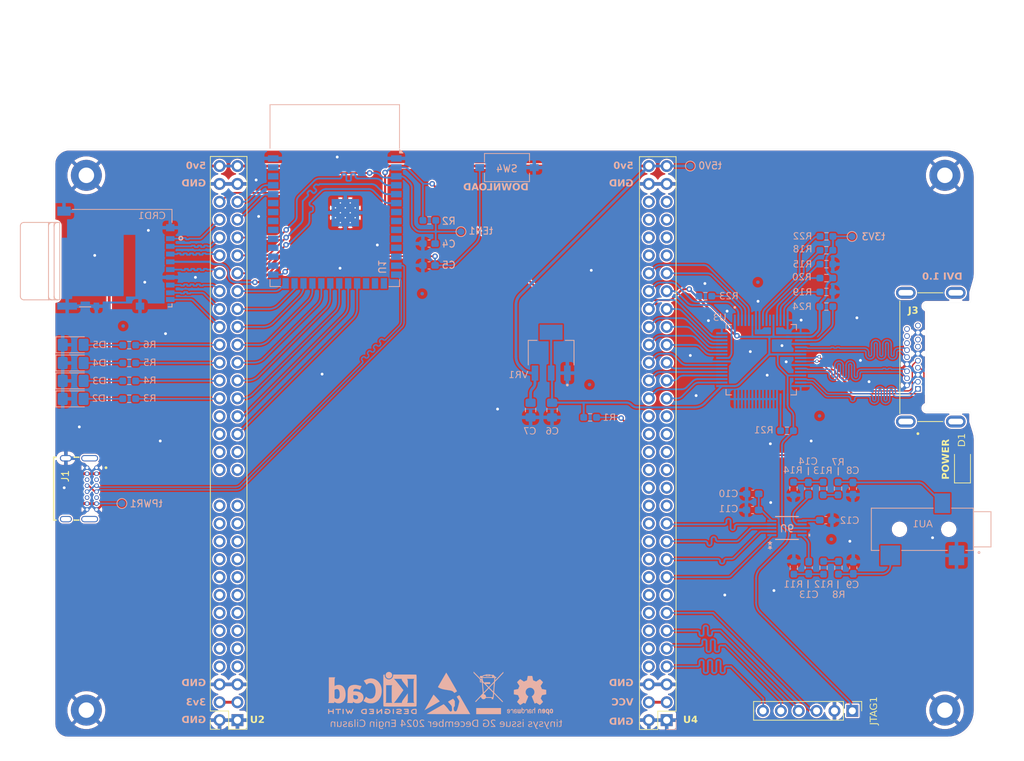
<source format=kicad_pcb>
(kicad_pcb (version 20240108) (generator "pcbnew") (generator_version "8.0")
  (title_block (title "fpga board expansion test") (rev "3"))
  (layers (0 "F.Cu" signal) (31 "B.Cu" signal) (34 "B.Paste" user) (35 "F.Paste" user) (36 "B.SilkS" user "B.Silkscreen") (37 "F.SilkS" user "F.Silkscreen") (38 "B.Mask" user) (39 "F.Mask" user) (44 "Edge.Cuts" user))
  (net 0 "")
  (net 1 "GND")
  (net 2 "D2_P")
  (net 3 "SDDAT2")
  (net 4 "D2_N")
  (net 5 "D1_P")
  (net 6 "SDDAT3")
  (net 7 "D1_N")
  (net 8 "SDCMD")
  (net 9 "D0_P")
  (net 10 "SDCLK")
  (net 11 "SDDAT0")
  (net 12 "SDDAT1")
  (net 18 "D0_N")
  (net 19 "CK_P")
  (net 20 "CK_N")
  (net 24 "3V3")
  (net 25 "GPI")
  (net 26 "ESP_RST")
  (net 27 "Net-(U1-IO0)")
  (net 28 "VDE")
  (net 29 "VHSYNC")
  (net 30 "VCC")
  (net 31 "SDSWTCH")
  (net 32 "VVSYNC")
  (net 33 "ESP2D_N")
  (net 34 "Net-(U6-VQ)")
  (net 39 "5V")
  (net 40 "Net-(U6-FILT+)")
  (net 41 "/AR")
  (net 42 "Net-(C13-Pad2)")
  (net 43 "/AL")
  (net 44 "Net-(C14-Pad2)")
  (net 45 "LED0")
  (net 46 "LED1")
  (net 47 "LED2")
  (net 48 "LED3")
  (net 49 "REG3V3")
  (net 50 "Net-(D1-A)")
  (net 51 "Net-(D2-A)")
  (net 52 "Net-(D3-A)")
  (net 53 "Net-(D4-A)")
  (net 54 "Net-(D5-A)")
  (net 56 "LEFTOUT")
  (net 57 "RIGHTOUT")
  (net 58 "AU_SDIN")
  (net 59 "AU_SCLK")
  (net 60 "AU_LRCLK")
  (net 61 "AU_MCLK")
  (net 62 "ESP2D_P")
  (net 75 "IO48")
  (net 76 "IO11")
  (net 77 "IO10")
  (net 81 "TXD1")
  (net 82 "IO13")
  (net 83 "RXD1")
  (net 86 "VDAT10")
  (net 87 "VDAT11")
  (net 88 "VDAT8")
  (net 89 "VDAT9")
  (net 91 "VDAT6")
  (net 92 "VDAT7")
  (net 93 "IO21")
  (net 94 "VDAT4")
  (net 95 "VDAT5")
  (net 96 "VDAT2")
  (net 97 "VDAT3")
  (net 98 "VDAT0")
  (net 99 "VDAT1")
  (net 100 "Net-(U3-DKEN)")
  (net 101 "Net-(U3-ISEL{slash}~{RST})")
  (net 102 "Net-(U3-~{PD})")
  (net 103 "Net-(U3-BSEL{slash}SCL)")
  (net 104 "Net-(U3-DSEL{slash}SDA)")
  (net 105 "Net-(U3-EDGE{slash}HTPLG)")
  (net 106 "Net-(U3-VREF)")
  (net 107 "Net-(U3-EXT_SWING)")
  (net 108 "VCLK")
  (net 110 "IO14")
  (net 111 "IO12")
  (net 112 "IO47")
  (net 113 "Net-(AU1-Pad2)")
  (net 114 "Net-(AU1-Pad3)")
  (net 135 "unconnected-(U2-Pin_13-Pad13)")
  (net 146 "CPU_RESET")
  (net 147 "S3_MCLK")
  (net 148 "S3_MOSI")
  (net 150 "S3_MISO")
  (net 155 "MONITORSENSE")
  (net 172 "TDI")
  (net 173 "TDO")
  (net 174 "TMS")
  (net 175 "TCK")
  (footprint "MountingHole:MountingHole_2.2mm_M2_Pad" (layer "F.Cu") (at 148.75 120.5)
    (property "Reference" "REF**" (hide yes))
    (property "Value" "MountingHole_2.2mm_M2_Pad")
  )
  (footprint "Connector_PinHeader_2.54mm:PinHeader_1x06_P2.54mm_Vertical" (layer "F.Cu") (at 135.6 120.6 -90)
    (property "Reference" "JTAG1")
    (property "Value" "Conn_01x06_Pin")
  )
  (footprint "MountingHole:MountingHole_2.2mm_M2_Pad" (layer "F.Cu") (at 26.75 120.5)
    (property "Reference" "REF**" (hide yes))
    (property "Value" "MountingHole_2.2mm_M2_Pad")
  )
  (footprint "MountingHole:MountingHole_2.2mm_M2_Pad" (layer "F.Cu") (at 26.75 44.5)
    (property "Reference" "REF**" (hide yes))
    (property "Value" "MountingHole_2.2mm_M2_Pad")
  )
  (footprint "USB4085-GF-A_REVA4:GCT_USB4085-GF-A_REVA4" (layer "F.Cu") (at 23.84 89.025 -90)
    (property "Reference" "J1")
    (property "Value" "USB_C_Receptacle")
  )
  (footprint "MountingHole:MountingHole_2.2mm_M2_Pad" (layer "F.Cu") (at 148.75 44.5)
    (property "Reference" "REF**" (hide yes))
    (property "Value" "MountingHole_2.2mm_M2_Pad")
  )
  (footprint "HD02-19-M-MSMT-TR:CUI_HD02-19-M-MSMT-TR" (layer "F.Cu") (at 144.92 74.84 90)
    (property "Reference" "J3")
    (property "Value" "HDMI_A")
    (fp_line (start 12.25 1.23) (end 12.25 7.53) (stroke (width 0.01)) (layer "Edge.Cuts"))
    (fp_line (start -2.25 1.23) (end 11.25 1.23) (stroke (width 0.01)) (layer "Edge.Cuts"))
    (fp_line (start 12.25 7.53) (end 13.65 7.53) (stroke (width 0.01)) (layer "Edge.Cuts"))
    (fp_line (start -3.25 7.53) (end -3.25 1.23) (stroke (width 0.01)) (layer "Edge.Cuts"))
    (fp_line (start -3.25 7.53) (end -4.65 7.53) (stroke (width 0.01)) (layer "Edge.Cuts"))
    (fp_arc (start 11.25 1.23) (mid 11.75 0.73) (end 12.25 1.23) (stroke (width 0.01)) (layer "Edge.Cuts"))
    (fp_arc (start -3.25 1.23) (mid -2.75 0.73) (end -2.25 1.23) (stroke (width 0.01)) (layer "Edge.Cuts"))
  )
  (footprint "LED_SMD:LED_1206_3216Metric_Pad1.42x1.75mm_HandSolder" (layer "F.Cu") (at 151.25 85.75 90)
    (property "Reference" "D1")
    (property "Value" "LED")
  )
  (footprint "Capacitor_SMD:C_0603_1608Metric_Pad1.08x0.95mm_HandSolder" (layer "B.Cu") (at 129.347222 89.0125 90)
    (property "Reference" "C14")
    (property "Value" "3.3uf")
  )
  (footprint "Resistor_SMD:R_0603_1608Metric_Pad0.98x0.95mm_HandSolder" (layer "B.Cu") (at 114.7125 61.675 180)
    (property "Reference" "R23")
    (property "Value" "33KOhm")
  )
  (footprint "Capacitor_SMD:C_0603_1608Metric_Pad1.08x0.95mm_HandSolder" (layer "B.Cu") (at 129.4 100.2625 -90)
    (property "Reference" "C13")
    (property "Value" "3.3uf")
  )
  (footprint "TestPoint:TestPoint_Pad_D1.0mm" (layer "B.Cu") (at 79.9846 52.5018 180)
    (property "Reference" "tEN1")
    (property "Value" "TestPoint" (hide yes))
  )
  (footprint "Resistor_SMD:R_0603_1608Metric_Pad0.98x0.95mm_HandSolder" (layer "B.Cu") (at 98.3375 78.9)
    (property "Reference" "R1")
    (property "Value" "330Ohm")
  )
  (footprint "SJ-3523-SMT-TR:CUI_SJ-3523-SMT-TR" (layer "B.Cu") (at 149.3 94.8 180)
    (property "Reference" "AU1")
    (property "Value" "SJ-3523-SMT-TR")
  )
  (footprint "LM1117MPX33NOPB:VREG_LM1117MPX-3.3_NOPB" (layer "B.Cu") (at 92.8 69.7 90)
    (property "Reference" "VR1")
    (property "Value" "LM1117MPX-3.3/NOPB")
  )
  (footprint "SI164CTG64:QFP50P1200X1200X120-64N" (layer "B.Cu") (at 122.65 70.7 -90)
    (property "Reference" "U3")
    (property "Value" "SII164CTG64")
  )
  (footprint "Capacitor_SMD:C_0603_1608Metric_Pad1.08x0.95mm_HandSolder" (layer "B.Cu") (at 131.8375 93.5)
    (property "Reference" "C12")
    (property "Value" "10uf")
  )
  (footprint "Capacitor_SMD:C_0603_1608Metric_Pad1.08x0.95mm_HandSolder" (layer "B.Cu") (at 135.733334 100.2625 90)
    (property "Reference" "C9")
    (property "Value" "1uf")
  )
  (footprint "Resistor_SMD:R_0603_1608Metric_Pad0.98x0.95mm_HandSolder" (layer "B.Cu") (at 131.9125 59.1)
    (property "Reference" "R20")
    (property "Value" "10KOhm")
  )
  (footprint "Symbol:OSHW-Logo2_7.3x6mm_SilkScreen" (layer "B.Cu") (at 89.8 118.4 180)
    (property "Reference" "REF**" (hide yes))
    (property "Value" "OSHW-Logo2_7.3x6mm_SilkScreen" (hide yes))
  )
  (footprint "Resistor_SMD:R_0603_1608Metric_Pad0.98x0.95mm_HandSolder" (layer "B.Cu") (at 131.9125 61.075)
    (property "Reference" "R19")
    (property "Value" "10KOhm")
  )
  (footprint "footprints:CIR_3TSSOP-10" (layer "B.Cu") (at 126.30985 94.616)
    (property "Reference" "U6")
    (property "Value" "CS4344-CZZR")
  )
  (footprint "Connector_PinSocket_2.54mm:PinSocket_2x32_P2.54mm_Vertical" (layer "B.Cu") (at 48.22 121.92)
    (property "Reference" "U2")
    (property "Value" "GPIO_U2")
  )
  (footprint "Connector_PinSocket_2.54mm:PinSocket_2x32_P2.54mm_Vertical" (layer "B.Cu") (at 109.22 121.92)
    (property "Reference" "U4")
    (property "Value" "GPIO_U4")
  )
  (footprint "Capacitor_SMD:C_0603_1608Metric_Pad1.08x0.95mm_HandSolder" (layer "B.Cu") (at 75.4375 54.2 180)
    (property "Reference" "C4")
    (property "Value" "0.1uf")
  )
  (footprint "RF_Module:ESP32-S3-WROOM-1" (layer "B.Cu") (at 62.05 47.36 180)
    (property "Reference" "U1")
    (property "Value" "ESP32-S3-WROOM-1")
  )
  (footprint "Resistor_SMD:R_0603_1608Metric_Pad0.98x0.95mm_HandSolder" (layer "B.Cu") (at 32.8375 68.63 180)
    (property "Reference" "R6")
    (property "Value" "33Ohm")
  )
  (footprint "Capacitor_SMD:C_0603_1608Metric_Pad1.08x0.95mm_HandSolder" (layer "B.Cu") (at 75.4375 57.3 180)
    (property "Reference" "C5")
    (property "Value" "0.1uf")
  )
  (footprint "LED_SMD:LED_1206_3216Metric_Pad1.42x1.75mm_HandSolder" (layer "B.Cu") (at 24.875 71.17)
    (property "Reference" "D4")
    (property "Value" "LED")
  )
  (footprint "Fiducial:Fiducial_0.5mm_Mask1.5mm" (layer "B.Cu") (at 122.174 59.69 180)
    (property "Reference" "REF**" (hide yes))
    (property "Value" "Fiducial_0.5mm_Mask1.5mm" (hide yes))
  )
  (footprint "Resistor_SMD:R_0603_1608Metric_Pad0.98x0.95mm_HandSolder" (layer "B.Cu") (at 131.9125 57.125)
    (property "Reference" "R15")
    (property "Value" "10KOhm")
  )
  (footprint "DM3AT-SF-PEJM5:HRS_DM3AT-SF-PEJM5" (layer "B.Cu") (at 38.6712 56.692 90)
    (property "Reference" "CRD1")
    (property "Value" "DM3AT-SF-PEJM5")
  )
  (footprint "Resistor_SMD:R_0603_1608Metric_Pad0.98x0.95mm_HandSolder" (layer "B.Cu") (at 126.3125 80.8)
    (property "Reference" "R21")
    (property "Value" "10KOhm")
  )
  (footprint "Capacitor_SMD:C_0805_2012Metric_Pad1.18x1.45mm_HandSolder" (layer "B.Cu") (at 92.927 77.8578 -90)
    (property "Reference" "C6")
    (property "Value" "10uf" (hide yes))
  )
  (footprint "Resistor_SMD:R_0603_1608Metric_Pad0.98x0.95mm_HandSolder" (layer "B.Cu") (at 131.458333 89.0125 -90)
    (property "Reference" "R13")
    (property "Value" "470Ohm")
  )
  (footprint "Resistor_SMD:R_0603_1608Metric_Pad0.98x0.95mm_HandSolder" (layer "B.Cu") (at 32.8375 73.71 180)
    (property "Reference" "R4")
    (property "Value" "33Ohm")
  )
  (footprint "LED_SMD:LED_1206_3216Metric_Pad1.42x1.75mm_HandSolder" (layer "B.Cu") (at 24.875 68.581834)
    (property "Reference" "D5")
    (property "Value" "LED")
  )
  (footprint "Fiducial:Fiducial_0.5mm_Mask1.5mm" (layer "B.Cu") (at 132.6134 96.2152 180)
    (property "Reference" "REF**" (hide yes))
    (property "Value" "Fiducial_0.5mm_Mask1.5mm" (hide yes))
  )
  (footprint "Resistor_SMD:R_0603_1608Metric_Pad0.98x0.95mm_HandSolder" (layer "B.Cu") (at 32.8375 76.25 180)
    (property "Reference" "R3")
    (property "Value" "33Ohm")
  )
  (footprint "Resistor_SMD:R_0603_1608Metric_Pad0.98x0.95mm_HandSolder" (layer "B.Cu") (at 127.288889 100.2625 90)
    (property "Reference" "R11")
    (property "Value" "10KOhm")
  )
  (footprint "Fiducial:Fiducial_0.5mm_Mask1.5mm" (layer "B.Cu") (at 98.2472 74.2442 180)
    (property "Reference" "REF**" (hide yes))
    (property "Value" "Fiducial_0.5mm_Mask1.5mm" (hide yes))
  )
  (footprint "Resistor_SMD:R_0603_1608Metric_Pad0.98x0.95mm_HandSolder" (layer "B.Cu") (at 75.4875 50.9 180)
    (property "Reference" "R2")
    (property "Value" "10KOhm")
  )
  (footprint "Resistor_SMD:R_0603_1608Metric_Pad0.98x0.95mm_HandSolder" (layer "B.Cu") (at 32.8375 71.17 180)
    (property "Reference" "R5")
    (property "Value" "33Ohm")
  )
  (footprint "Capacitor_SMD:C_0603_1608Metric_Pad1.08x0.95mm_HandSolder" (layer "B.Cu") (at 121.4125 92.0625 180)
    (property "Reference" "C11")
    (property "Value" "3.3uf")
  )
  (footprint "LED_SMD:LED_1206_3216Metric_Pad1.42x1.75mm_HandSolder" (layer "B.Cu") (at 24.876928 76.267312)
    (property "Reference" "D2")
    (property "Value" "LED")
  )
  (footprint "Resistor_SMD:R_0603_1608Metric_Pad0.98x0.95mm_HandSolder" (layer "B.Cu") (at 131.9125 55.15 180)
    (property "Reference" "R18")
    (property "Value" "10KOhm")
  )
  (footprint "Fiducial:Fiducial_0.5mm_Mask1.5mm" (layer "B.Cu") (at 31.9786 65.913 180)
    (property "Reference" "REF**" (hide yes))
    (property "Value" "Fiducial_0.5mm_Mask1.5mm" (hide yes))
  )
  (footprint "Symbol:WEEE-Logo_4.2x6mm_SilkScreen" (layer "B.Cu") (at 83.9 118.05 180)
    (property "Reference" "REF**" (hide yes))
    (property "Value" "WEEE-Logo_4.2x6mm_SilkScreen" (hide yes))
  )
  (footprint "Capacitor_SMD:C_0603_1608Metric_Pad1.08x0.95mm_HandSolder" (layer "B.Cu") (at 135.680555 89.0125 90)
    (property "Reference" "C8")
    (property "Value" "1uf")
  )
  (footprint "Fiducial:Fiducial_0.5mm_Mask1.5mm" (layer "B.Cu") (at 130.937 78.6892 180)
    (property "Reference" "REF**" (hide yes))
    (property "Value" "Fiducial_0.5mm_Mask1.5mm" (hide yes))
  )
  (footprint "TestPoint:TestPoint_Pad_D1.0mm" (layer "B.Cu") (at 112.5728 43.18 180)
    (property "Reference" "t5V0")
    (property "Value" "TestPoint" (hide yes))
  )
  (footprint "Symbol:KiCad-Logo2_5mm_SilkScreen" (layer "B.Cu") (at 67.4 118.05 180)
    (property "Reference" "REF**" (hide yes))
    (property "Value" "KiCad-Logo2_5mm_SilkScreen" (hide yes))
  )
  (footprint "TestPoint:TestPoint_Pad_D1.0mm" (layer "B.Cu") (at 31.8008 91.1352 180)
    (property "Reference" "tPWR1")
    (property "Value" "TestPoint" (hide yes))
  )
  (footprint "Resistor_SMD:R_0603_1608Metric_Pad0.98x0.95mm_HandSolder" (layer "B.Cu") (at 133.569444 89.0125 90)
    (property "Reference" "R7")
    (property "Value" "33Ohm")
  )
  (footprint "TestPoint:TestPoint_Pad_D1.0mm" (layer "B.Cu") (at 135.5598 53.1876 180)
    (property "Reference" "t3V3")
    (property "Value" "TestPoint" (hide yes))
  )
  (footprint "Capacitor_SMD:C_0603_1608Metric_Pad1.08x0.95mm_HandSolder" (layer "B.Cu") (at 121.4375 89.7625 180)
    (property "Reference" "C10")
    (property "Value" "0.1uf")
  )
  (footprint "Button_Switch_SMD:SW_Tactile_SPST_NO_Straight_CK_PTS636Sx25SMTRLFS" (layer "B.Cu") (at 86.525 43.4 180)
    (property "Reference" "SW4")
    (property "Value" "ESPPROG")
  )
  (footprint "Capacitor_SMD:C_0805_2012Metric_Pad1.18x1.45mm_HandSolder" (layer "B.Cu") (at 89.879 77.8578 -90)
    (property "Reference" "C7")
    (property "Value" "10uf" (hide yes))
  )
  (footprint "Resistor_SMD:R_0603_1608Metric_Pad0.98x0.95mm_HandSolder" (layer "B.Cu") (at 131.511111 100.2625 90)
    (property "Reference" "R12")
    (property "Value" "470Ohm")
  )
  (footprint "Fiducial:Fiducial_0.5mm_Mask1.5mm" (layer "B.Cu") (at 74.4728 61.3156 180)
    (property "Reference" "REF**" (hide yes))
    (property "Value" "Fiducial_0.5mm_Mask1.5mm" (hide yes))
  )
  (footprint "LED_SMD:LED_1206_3216Metric_Pad1.42x1.75mm_HandSolder" (layer "B.Cu") (at 24.875 73.71)
    (property "Reference" "D3")
    (property "Value" "LED")
  )
  (footprint "Resistor_SMD:R_0603_1608Metric_Pad0.98x0.95mm_HandSolder" (layer "B.Cu") (at 127.23611 89.0125 -90)
    (property "Reference" "R14")
    (property "Value" "10KOhm")
  )
  (footprint "Resistor_SMD:R_0603_1608Metric_Pad0.98x0.95mm_HandSolder" (layer "B.Cu") (at 131.9125 63.15 180)
    (property "Reference" "R24")
    (property "Value" "510Ohm")
  )
  (footprint "Resistor_SMD:R_0603_1608Metric_Pad0.98x0.95mm_HandSolder" (layer "B.Cu") (at 131.925 53.175)
    (property "Reference" "R22")
    (property "Value" "10KOhm")
  )
  (footprint "Symbol:ESD-Logo_6.6x6mm_SilkScreen" (layer "B.Cu") (at 78.05 118.1 180)
    (property "Reference" "REF**" (hide yes))
    (property "Value" "ESD-Logo_6.6x6mm_SilkScreen" (hide yes))
  )
  (footprint "Resistor_SMD:R_0603_1608Metric_Pad0.98x0.95mm_HandSolder" (layer "B.Cu") (at 133.622222 100.2625 -90)
    (property "Reference" "R8")
    (property "Value" "33Ohm")
  )
  (gr_line (start 129.35 86) (end 129.35 87.05) (stroke (width 0.15)) (layer "B.SilkS"))
  (gr_line (start 133.6 86.025) (end 133.6 87.075) (stroke (width 0.15)) (layer "B.SilkS"))
  (gr_line (start 133.55 102.124) (end 133.55 103.174) (stroke (width 0.15)) (layer "B.SilkS"))
  (gr_line (start 129.3 102.074) (end 129.3 103.124) (stroke (width 0.15)) (layer "B.SilkS"))
  (gr_arc (start 22.381526 123.474098) (mid 22.170184 122.980062) (end 22.098 122.44759) (stroke (width 0.01)) (layer "Edge.Cuts"))
  (gr_arc (start 152.91236 80.949034) (mid 153.049815 81.541079) (end 153.096 82.147115) (stroke (width 0.01)) (layer "Edge.Cuts"))
  (gr_arc (start 22.098 62.557) (mid 22.156579 62.415579) (end 22.298 62.357) (stroke (width 0.01)) (layer "Edge.Cuts"))
  (gr_line (start 24.134295 124.508275) (end 149.096 124.508) (stroke (width 0.01)) (layer "Edge.Cuts"))
  (gr_arc (start 22.951823 41.216031) (mid 23.55706 40.862767) (end 24.24701 40.739982) (stroke (width 0.01)) (layer "Edge.Cuts"))
  (gr_line (start 22.381526 123.474098) (end 22.417818 123.534783) (stroke (width 0.01)) (layer "Edge.Cuts"))
  (gr_arc (start 149.096 40.7384) (mid 151.924437 41.909982) (end 153.096 44.738427) (stroke (width 0.01)) (layer "Edge.Cuts"))
  (gr_line (start 22.298 51.054) (end 22.387 51.054) (stroke (width 0.01)) (layer "Edge.Cuts"))
  (gr_arc (start 22.298 51.054) (mid 22.156579 50.995421) (end 22.098 50.854) (stroke (width 0.01)) (layer "Edge.Cuts"))
  (gr_line (start 153.096 120.508) (end 153.096 82.147115) (stroke (width 0.01)) (layer "Edge.Cuts"))
  (gr_line (start 24.24701 40.739982) (end 149.096 40.7384) (stroke (width 0.01)) (layer "Edge.Cuts"))
  (gr_arc (start 22.987 61.757) (mid 22.811264 62.181264) (end 22.387 62.357) (stroke (width 0.01)) (layer "Edge.Cuts"))
  (gr_line (start 22.987 51.654) (end 22.987 61.757) (stroke (width 0.01)) (layer "Edge.Cuts"))
  (gr_arc (start 24.134295 124.508275) (mid 23.147642 124.247957) (end 22.417818 123.534783) (stroke (width 0.01)) (layer "Edge.Cuts"))
  (gr_arc (start 22.387 51.054) (mid 22.811264 51.229736) (end 22.987 51.654) (stroke (width 0.01)) (layer "Edge.Cuts"))
  (gr_arc (start 153.096 58.367925) (mid 153.057357 58.92259) (end 152.942173 59.466537) (stroke (width 0.01)) (layer "Edge.Cuts"))
  (gr_arc (start 153.096 120.508) (mid 151.924427 123.336427) (end 149.096 124.508) (stroke (width 0.01)) (layer "Edge.Cuts"))
  (gr_line (start 22.099793 42.864675) (end 22.098 50.854) (stroke (width 0.01)) (layer "Edge.Cuts"))
  (gr_line (start 153.096 58.367925) (end 153.096 44.738427) (stroke (width 0.01)) (layer "Edge.Cuts"))
  (gr_line (start 152.452 61.1826) (end 152.942173 59.466537) (stroke (width 0.01)) (layer "Edge.Cuts"))
  (gr_line (start 22.298 62.357) (end 22.387 62.357) (stroke (width 0.01)) (layer "Edge.Cuts"))
  (gr_line (start 22.098 62.557) (end 22.098 122.44759) (stroke (width 0.01)) (layer "Edge.Cuts"))
  (gr_line (start 22.804579 41.341174) (end 22.951823 41.216031) (stroke (width 0.01)) (layer "Edge.Cuts"))
  (gr_line (start 152.91236 80.949034) (end 152.452 79.4826) (stroke (width 0.01)) (layer "Edge.Cuts"))
  (gr_arc (start 22.099793 42.864675) (mid 22.284606 42.025398) (end 22.804579 41.341174) (stroke (width 0.01)) (layer "Edge.Cuts"))
  (gr_text "GND" (at 104.5 117.25 0) (layer "B.SilkS") (effects (font (size 1 1) (thickness 0.25) (bold yes)) (justify left bottom mirror)))
  (gr_text "5v0" (at 43.75 43.75 0) (layer "B.SilkS") (effects (font (size 1 1) (thickness 0.25) (bold yes)) (justify left bottom mirror)))
  (gr_text "GND" (at 43.75 46.25 0) (layer "B.SilkS") (effects (font (size 1 1) (thickness 0.25) (bold yes)) (justify left bottom mirror)))
  (gr_text "tinysys issue 2G December 2024 Engin Cilasun" (at 94.4 123.05 0) (layer "B.SilkS") (effects (font (size 1 1) (thickness 0.1625)) (justify left bottom mirror)))
  (gr_text "GND" (at 43.75 117.25 0) (layer "B.SilkS") (effects (font (size 1 1) (thickness 0.25) (bold yes)) (justify left bottom mirror)))
  (gr_text "5v0" (at 104.5 43.75 0) (layer "B.SilkS") (effects (font (size 1 1) (thickness 0.25) (bold yes)) (justify left bottom mirror)))
  (gr_text "VCC" (at 104.5 120 0) (layer "B.SilkS") (effects (font (size 1 1) (thickness 0.25) (bold yes)) (justify left bottom mirror)))
  (gr_text "GND" (at 104.5 122.75 0) (layer "B.SilkS") (effects (font (size 1 1) (thickness 0.25) (bold yes)) (justify left bottom mirror)))
  (gr_text "DVI 1.0" (at 151.25 59.5 0) (layer "B.SilkS") (effects (font (size 1 1) (thickness 0.25) (bold yes)) (justify left bottom mirror)))
  (gr_text "DOWNLOAD" (at 89.6 46.8 0) (layer "B.SilkS") (effects (font (size 1 1) (thickness 0.25) (bold yes)) (justify left bottom mirror)))
  (gr_text "GND" (at 43.75 122.5 0) (layer "B.SilkS") (effects (font (size 1 1) (thickness 0.25) (bold yes)) (justify left bottom mirror)))
  (gr_text "3v3" (at 43.75 120 0) (layer "B.SilkS") (effects (font (size 1 1) (thickness 0.25) (bold yes)) (justify left bottom mirror)))
  (gr_text "GND" (at 104.5 46.25 0) (layer "B.SilkS") (effects (font (size 1 1) (thickness 0.25) (bold yes)) (justify left bottom mirror)))
  (gr_text "POWER" (at 149.5 87.75 90) (layer "F.SilkS") (effects (font (size 1 1) (thickness 0.25) (bold yes)) (justify left bottom)))
  (via (at 35.052 59.69) (size 0.8) (drill 0.4) (layers "F.Cu" "B.Cu") (net 1))
  (via (at 129.75 82.25) (size 0.8) (drill 0.4) (layers "F.Cu" "B.Cu") (net 1))
  (via (at 113.4 75.8) (size 0.8) (drill 0.4) (layers "F.Cu" "B.Cu") (net 1))
  (via (at 123.95 82.65) (size 0.8) (drill 0.4) (layers "F.Cu" "B.Cu") (net 1))
  (via (at 38 67) (size 0.8) (drill 0.4) (layers "F.Cu" "B.Cu") (net 1))
  (via (at 136.75 70.8) (size 0.8) (drill 0.4) (layers "F.Cu" "B.Cu") (net 1))
  (via (at 122.2 62.4) (size 0.8) (drill 0.4) (layers "F.Cu" "B.Cu") (net 1))
  (via (at 50.8762 45.1612) (size 0.8) (drill 0.4) (layers "F.Cu" "B.Cu") (net 1))
  (via (at 42.25 59) (size 0.8) (drill 0.4) (layers "F.Cu" "B.Cu") (net 1))
  (via (at 68.1 54.4) (size 0.8) (drill 0.4) (layers "F.Cu" "B.Cu") (net 1))
  (via (at 98.5 58) (size 0.8) (drill 0.4) (layers "F.Cu" "B.Cu") (net 1))
  (via (at 114.65 59.875) (size 0.8) (drill 0.4) (layers "F.Cu" "B.Cu") (net 1))
  (via (at 23.6 88.9) (size 0.8) (drill 0.4) (layers "F.Cu" "B.Cu") (net 1))
  (via (at 137.975 73.825) (size 0.8) (drill 0.4) (layers "F.Cu" "B.Cu") (net 1))
  (via (at 51.2318 50.3428) (size 0.8) (drill 0.4) (layers "F.Cu" "B.Cu") (net 1))
  (via (at 124 91) (size 0.8) (drill 0.4) (layers "F.Cu" "B.Cu") (net 1))
  (via (at 62.4 41.9) (size 0.8) (drill 0.4) (layers "F.Cu" "B.Cu") (net 1))
  (via (at 128.325 65.075) (size 0.8) (drill 0.4) (layers "F.Cu" "B.Cu") (net 1))
  (via (at 125.6 68.7) (size 0.8) (drill 0.4) (layers "F.Cu" "B.Cu") (net 1))
  (via (at 123.5 72.9) (size 0.8) (drill 0.4) (layers "F.Cu" "B.Cu") (net 1))
  (via (at 117.8 63.8) (size 0.8) (drill 0.4) (layers "F.Cu" "B.Cu") (net 1))
  (via (at 112.575 70.1) (size 0.8) (drill 0.4) (layers "F.Cu" "B.Cu") (net 1))
  (via (at 115.15 65.15) (size 0.8) (drill 0.4) (layers "F.Cu" "B.Cu") (net 1))
  (via (at 136.25 64.75) (size 0.8) (drill 0.4) (layers "F.Cu" "B.Cu") (net 1))
  (via (at 25.75 80.25) (size 0.8) (drill 0.4) (layers "F.Cu" "B.Cu") (net 1))
  (via (at 135.25 96.5) (size 0.8) (drill 0.4) (layers "F.Cu" "B.Cu") (net 1))
  (via (at 37.25 82.25) (size 0.8) (drill 0.4) (layers "F.Cu" "B.Cu") (net 1))
  (via (at 121.1 69.55) (size 0.8) (drill 0.4) (layers "F.Cu" "B.Cu") (net 1))
  (via (at 117.475 104.14) (size 0.8) (drill 0.4) (layers "F.Cu" "B.Cu") (net 1))
  (via (at 126.2 71) (size 0.8) (drill 0.4) (layers "F.Cu" "B.Cu") (net 1))
  (via (at 124.46 103.505) (size 0.8) (drill 0.4) (layers "F.Cu" "B.Cu") (net 1))
  (via (at 85.185001 77.714999) (size 0.8) (drill 0.4) (layers "F.Cu" "B.Cu") (net 1))
  (via (at 35.56 52.324) (size 0.8) (drill 0.4) (layers "F.Cu" "B.Cu") (net 1))
  (via (at 147 96) (size 0.8) (drill 0.4) (layers "F.Cu" "B.Cu") (net 1))
  (via (at 27.94 55.88) (size 0.8) (drill 0.4) (layers "F.Cu" "B.Cu") (net 1))
  (via (at 60.25 72.75) (size 0.8) (drill 0.4) (layers "F.Cu" "B.Cu") (net 1))
  (via (at 62.8 57.7) (size 0.8) (drill 0.4) (layers "F.Cu" "B.Cu") (net 1))
  (segment (start 143.285 74.425) (end 143.37 74.34) (width 0.4) (layer "B.Cu") (net 1))
  (segment (start 143.612893 75.94) (end 141.925 75.94) (width 0.2) (layer "B.Cu") (net 2))
  (segment (start 138.125 76.336142) (end 138.125 76.136142) (width 0.2) (layer "B.Cu") (net 2))
  (segment (start 141.328858 75.343858) (end 141.328858 75.143858) (width 0.2) (layer "B.Cu") (net 2))
  (segment (start 139.725 75.94) (end 139.725 75.14332) (width 0.2) (layer "B.Cu") (net 2))
  (segment (start 144.92 74.84) (end 143.966446 75.793554) (width 0.2) (layer "B.Cu") (net 2))
  (segment (start 139.325 75.14332) (end 139.325 75.54) (width 0.2) (layer "B.Cu") (net 2))
  (segment (start 140.925 75.143858) (end 140.925 75.343858) (width 0.2) (layer "B.Cu") (net 2))
  (segment (start 139.325 75.54) (end 139.325 76.336142) (width 0.2) (layer "B.Cu") (net 2))
  (segment (start 132.213172 75.94) (end 132.086422 75.94) (width 0.2) (layer "B.Cu") (net 2))
  (segment (start 139.528321 74.946641) (end 139.521679 74.946641) (width 0.2) (layer "B.Cu") (net 2))
  (segment (start 140.925 75.343858) (end 140.925 76.33668) (width 0.2) (layer "B.Cu") (net 2))
  (segment (start 135.95 76.24) (end 135.95 76.286862) (width 0.2) (layer "B.Cu") (net 2))
  (segment (start 135.05 75.94) (end 132.213172 75.94) (width 0.2) (layer "B.Cu") (net 2))
  (segment (start 141.132716 74.947716) (end 141.121142 74.947716) (width 0.2) (layer "B.Cu") (net 2))
  (segment (start 137.925 75.94) (end 136.25 75.94) (width 0.2) (layer "B.Cu") (net 2))
  (segment (start 138.728858 76.932284) (end 138.721142 76.932284) (width 0.2) (layer "B.Cu") (net 2))
  (segment (start 137.928858 75.94) (end 137.925 75.94) (width 0.2) (layer "B.Cu") (net 2))
  (segment (start 131.732869 75.793554) (end 130.03576 74.096446) (width 0.2) (layer "B.Cu") (net 2))
  (segment (start 139.725 76.33668) (end 139.725 75.94) (width 0.2) (layer "B.Cu") (net 2))
  (segment (start 135.35 76.286862) (end 135.35 76.24) (width 0.2) (layer "B.Cu") (net 2))
  (segment (start 129.682207 73.95) (end 128.25 73.95) (width 0.2) (layer "B.Cu") (net 2))
  (segment (start 140.328321 76.933359) (end 140.321679 76.933359) (width 0.2) (layer "B.Cu") (net 2))
  (arc (start 139.521679 74.946641) (mid 139.382606 75.004247) (end 139.325 75.14332) (width 0.2) (layer "B.Cu") (net 2))
  (arc (start 141.925 75.94) (mid 141.503464 75.765394) (end 141.328858 75.343858) (width 0.2) (layer "B.Cu") (net 2))
  (arc (start 130.03576 74.096446) (mid 129.873548 73.98806) (end 129.682207 73.95) (width 0.2) (layer "B.Cu") (net 2))
  (arc (start 143.612893 75.94) (mid 143.804234 75.90194) (end 143.966446 75.793554) (width 0.2) (layer "B.Cu") (net 2))
  (arc (start 132.086422 75.94) (mid 131.895081 75.90194) (end 131.732869 75.793554) (width 0.2) (layer "B.Cu") (net 2))
  (arc (start 135.95 76.286862) (mid 135.862132 76.498994) (end 135.65 76.586862) (width 0.2) (layer "B.Cu") (net 2))
  (arc (start 139.725 75.14332) (mid 139.667394 75.004247) (end 139.528321 74.946641) (width 0.2) (layer "B.Cu") (net 2))
  (arc (start 135.65 76.586862) (mid 135.437868 76.498994) (end 135.35 76.286862) (width 0.2) (layer "B.Cu") (net 2))
  (arc (start 140.925 76.33668) (mid 140.750237 76.758596) (end 140.328321 76.933359) (width 0.2) (layer "B.Cu") (net 2))
  (arc (start 141.121142 74.947716) (mid 140.982449 75.005165) (end 140.925 75.143858) (width 0.2) (layer "B.Cu") (net 2))
  (arc (start 136.25 75.94) (mid 136.037868 76.027868) (end 135.95 76.24) (width 0.2) (layer "B.Cu") (net 2))
  (arc (start 138.721142 76.932284) (mid 138.299606 76.757678) (end 138.125 76.336142) (width 0.2) (layer "B.Cu") (net 2))
  (arc (start 135.35 76.24) (mid 135.262132 76.027868) (end 135.05 75.94) (width 0.2) (layer "B.Cu") (net 2))
  (arc (start 138.125 76.136142) (mid 138.067551 75.997449) (end 137.928858 75.94) (width 0.2) (layer "B.Cu") (net 2))
  (arc (start 141.328858 75.143858) (mid 141.271409 75.005165) (end 141.132716 74.947716) (width 0.2) (layer "B.Cu") (net 2))
  (arc (start 139.325 76.336142) (mid 139.150394 76.757678) (end 138.728858 76.932284) (width 0.2) (layer "B.Cu") (net 2))
  (arc (start 140.321679 76.933359) (mid 139.899763 76.758596) (end 139.725 76.33668) (width 0.2) (layer "B.Cu") (net 2))
  (segment (start 41.386 53.492) (end 42.780893 53.492) (width 0.25) (layer "B.Cu") (net 3))
  (segment (start 40.886 53.542) (end 40.936 53.592) (width 0.25) (layer "B.Cu") (net 3))
  (segment (start 40.386 53.492) (end 40.486 53.392) (width 0.25) (layer "B.Cu") (net 3))
  (segment (start 40.886 53.442) (end 40.886 53.542) (width 0.25) (layer "B.Cu") (net 3))
  (segment (start 40.936 53.592) (end 41.286 53.592) (width 0.25) (layer "B.Cu") (net 3))
  (segment (start 40.486 53.392) (end 40.836 53.392) (width 0.25) (layer "B.Cu") (net 3))
  (segment (start 38.6712 53.492) (end 40.386 53.492) (width 0.25) (layer "B.Cu") (net 3))
  (segment (start 40.836 53.392) (end 40.886 53.442) (width 0.25) (layer "B.Cu") (net 3))
  (segment (start 41.286 53.592) (end 41.386 53.492) (width 0.25) (layer "B.Cu") (net 3))
  (segment (start 43.134447 53.345553) (end 45.68 50.8) (width 0.25) (layer "B.Cu") (net 3))
  (arc (start 42.780893 53.492) (mid 42.972235 53.45394) (end 43.134447 53.345553) (width 0.25) (layer "B.Cu") (net 3))
  (segment (start 129.217468 73.55) (end 129.117468 73.45) (width 0.2) (layer "B.Cu") (net 4))
  (segment (start 144.003553 75.190761) (end 143.80076 75.393554) (width 0.2) (layer "B.Cu") (net 4))
  (segment (start 140.525 75.343858) (end 140.525 76.33668) (width 0.2) (layer "B.Cu") (net 4))
  (segment (start 138.525 76.336142) (end 138.525 76.136142) (width 0.2) (layer "B.Cu") (net 4))
  (segment (start 144.15 74.417107) (end 144.15 74.837207) (width 0.2) (layer "B.Cu") (net 4))
  (segment (start 138.925 75.14332) (end 138.925 75.54) (width 0.2) (layer "B.Cu") (net 4))
  (segment (start 140.328321 76.533359) (end 140.321679 76.533359) (width 0.2) (layer "B.Cu") (net 4))
  (segment (start 143.447207 75.54) (end 141.925 75.54) (width 0.2) (layer "B.Cu") (net 4))
  (segment (start 141.728858 75.343858) (end 141.728858 75.143858) (width 0.2) (layer "B.Cu") (net 4))
  (segment (start 129.847893 73.55) (end 129.217468 73.55) (width 0.2) (layer "B.Cu") (net 4))
  (segment (start 129.117468 73.45) (end 128.25 73.45) (width 0.2) (layer "B.Cu") (net 4))
  (segment (start 138.728858 76.532284) (end 138.721142 76.532284) (width 0.2) (layer "B.Cu") (net 4))
  (segment (start 137.925 75.54) (end 132.252108 75.54) (width 0.2) (layer "B.Cu") (net 4))
  (segment (start 139.528321 74.546641) (end 139.521679 74.546641) (width 0.2) (layer "B.Cu") (net 4))
  (segment (start 140.525 75.143858) (end 140.525 75.343858) (width 0.2) (layer "B.Cu") (net 4))
  (segment (start 140.125 75.94) (end 140.125 75.14332) (width 0.2) (layer "B.Cu") (net 4))
  (segment (start 144.92 73.84) (end 144.52 73.84) (width 0.2) (layer "B.Cu") (net 4))
  (segment (start 140.125 76.33668) (end 140.125 75.94) (width 0.2) (layer "B.Cu") (net 4))
  (segment (start 141.132716 74.547716) (end 141.121142 74.547716) (width 0.2) (layer "B.Cu") (net 4))
  (segment (start 144.52 73.84) (end 144.296446 74.063554) (width 0.2) (layer "B.Cu") (net 4))
  (segment (start 137.928858 75.54) (end 137.925 75.54) (width 0.2) (layer "B.Cu") (net 4))
  (segment (start 138.925 75.54) (end 138.925 76.336142) (width 0.2) (layer "B.Cu") (net 4))
  (segment (start 131.898555 75.393554) (end 130.201446 73.696446) (width 0.2) (layer "B.Cu") (net 4))
  (arc (start 141.925 75.54) (mid 141.786307 75.482551) (end 141.728858 75.343858) (width 0.2) (layer "B.Cu") (net 4))
  (arc (start 130.201446 73.696446) (mid 130.039234 73.58806) (end 129.847893 73.55) (width 0.2) (layer "B.Cu") (net 4))
  (arc (start 138.721142 76.532284) (mid 138.582449 76.474835) (end 138.525 76.336142) (width 0.2) (layer "B.Cu") (net 4))
  (arc (start 138.925 76.336142) (mid 138.867551 76.474835) (end 138.728858 76.532284) (width 0.2) (layer "B.Cu") (net 4))
  (arc (start 140.125 75.14332) (mid 139.950237 74.721404) (end 139.528321 74.546641) (width 0.2) (layer "B.Cu") (net 4))
  (arc (start 141.728858 75.143858) (mid 141.554252 74.722322) (end 141.132716 74.547716) (width 0.2) (layer "B.Cu") (net 4))
  (arc (start 140.525 76.33668) (mid 140.467394 76.475753) (end 140.328321 76.533359) (width 0.2) (layer "B.Cu") (net 4))
  (arc (start 131.898555 75.393554) (mid 132.060767 75.50194) (end 132.252108 75.54) (width 0.2) (layer "B.Cu") (net 4))
  (arc (start 143.447207 75.54) (mid 143.638548 75.50194) (end 143.80076 75.393554) (width 0.2) (layer "B.Cu") (net 4))
  (arc (start 144.15 74.417107) (mid 144.18806 74.225766) (end 144.296446 74.063554) (width 0.2) (layer "B.Cu") (net 4))
  (arc (start 141.121142 74.547716) (mid 140.699606 74.722322) (end 140.525 75.143858) (width 0.2) (layer "B.Cu") (net 4))
  (arc (start 144.15 74.837207) (mid 144.11194 75.028549) (end 144.003553 75.190761) (width 0.2) (layer "B.Cu") (net 4))
  (arc (start 138.525 76.136142) (mid 138.350394 75.714606) (end 137.928858 75.54) (width 0.2) (layer "B.Cu") (net 4))
  (arc (start 140.321679 76.533359) (mid 140.182606 76.475753) (end 140.125 76.33668) (width 0.2) (layer "B.Cu") (net 4))
  (arc (start 139.521679 74.546641) (mid 139.099763 74.721404) (end 138.925 75.14332) (width 0.2) (layer "B.Cu") (net 4))
  (segment (start 128.25 72.45) (end 132.1 72.45) (width 0.2) (layer "B.Cu") (net 5))
  (segment (start 133.5 73.004152) (end 133.5 72.65) (width 0.2) (layer "B.Cu") (net 5))
  (segment (start 132.3 72.65) (end 132.3 73.004152) (width 0.2) (layer "B.Cu") (net 5))
  (segment (start 133.9 71.495849) (end 133.9 72.05) (width 0.2) (layer "B.Cu") (net 5))
  (segment (start 135.1 72.45) (end 135.1 71.495849) (width 0.2) (layer "B.Cu") (net 5))
  (segment (start 135.5 71.495849) (end 135.5 72.05) (width 0.2) (layer "B.Cu") (net 5))
  (segment (start 139.426776 72.45) (end 142.272893 72.45) (width 0.2) (layer "B.Cu") (net 5))
  (segment (start 133.5 72.65) (end 133.5 71.495849) (width 0.2) (layer "B.Cu") (net 5))
  (segment (start 136.9 72.45) (end 139.426776 72.45) (width 0.2) (layer "B.Cu") (net 5))
  (segment (start 136.7 73.004161) (end 136.7 72.65) (width 0.2) (layer "B.Cu") (net 5))
  (segment (start 135.1 73.004152) (end 135.1 72.45) (width 0.2) (layer "B.Cu") (net 5))
  (segment (start 135.5 72.05) (end 135.5 73.004161) (width 0.2) (layer "B.Cu") (net 5))
  (segment (start 133.9 72.05) (end 133.9 73.004152) (width 0.2) (layer "B.Cu") (net 5))
  (segment (start 142.626447 72.596447) (end 143.37 73.34) (width 0.2) (layer "B.Cu") (net 5))
  (arc (start 135.1 71.495849) (mid 135.158579 71.354428) (end 135.3 71.295849) (width 0.2) (layer "B.Cu") (net 5))
  (arc (start 136.1 73.604161) (mid 136.524264 73.428425) (end 136.7 73.004161) (width 0.2) (layer "B.Cu") (net 5))
  (arc (start 142.626447 72.596447) (mid 142.464235 72.48806) (end 142.272893 72.45) (width 0.2) (layer "B.Cu") (net 5))
  (arc (start 133.9 73.004152) (mid 134.075736 73.428416) (end 134.5 73.604152) (width 0.2) (layer "B.Cu") (net 5))
  (arc (start 133.5 71.495849) (mid 133.558579 71.354428) (end 133.7 71.295849) (width 0.2) (layer "B.Cu") (net 5))
  (arc (start 135.3 71.295849) (mid 135.441421 71.354428) (end 135.5 71.495849) (width 0.2) (layer "B.Cu") (net 5))
  (arc (start 136.7 72.65) (mid 136.758579 72.508579) (end 136.9 72.45) (width 0.2) (layer "B.Cu") (net 5))
  (arc (start 132.9 73.604152) (mid 133.324264 73.428416) (end 133.5 73.004152) (width 0.2) (layer "B.Cu") (net 5))
  (arc (start 135.5 73.004161) (mid 135.675736 73.428425) (end 136.1 73.604161) (width 0.2) (layer "B.Cu") (net 5))
  (arc (start 132.1 72.45) (mid 132.241421 72.508579) (end 132.3 72.65) (width 0.2) (layer "B.Cu") (net 5))
  (arc (start 134.5 73.604152) (mid 134.924264 73.428416) (end 135.1 73.004152) (width 0.2) (layer "B.Cu") (net 5))
  (arc (start 133.7 71.295849) (mid 133.841421 71.354428) (end 133.9 71.495849) (width 0.2) (layer "B.Cu") (net 5))
  (arc (start 132.3 73.004152) (mid 132.475736 73.428416) (end 132.9 73.604152) (width 0.2) (layer "B.Cu") (net 5))
  (segment (start 43.906 54.492) (end 44.006 54.592) (width 0.25) (layer "B.Cu") (net 6))
  (segment (start 38.6712 54.592) (end 41.656 54.592) (width 0.25) (layer "B.Cu") (net 6))
  (segment (start 43.006 54.492) (end 43.056 54.542) (width 0.25) (layer "B.Cu") (net 6))
  (segment (start 43.506 54.542) (end 43.556 54.492) (width 0.25) (layer "B.Cu") (net 6))
  (segment (start 42.656 54.492) (end 43.006 54.492) (width 0.25) (layer "B.Cu") (net 6))
  (segment (start 43.106 54.692) (end 43.456 54.692) (width 0.25) (layer "B.Cu") (net 6))
  (segment (start 43.056 54.642) (end 43.106 54.692) (width 0.25) (layer "B.Cu") (net 6))
  (segment (start 42.156 54.642) (end 42.206 54.692) (width 0.25) (layer "B.Cu") (net 6))
  (segment (start 43.056 54.542) (end 43.056 54.642) (width 0.25) (layer "B.Cu") (net 6))
  (segment (start 43.456 54.692) (end 43.506 54.642) (width 0.25) (layer "B.Cu") (net 6))
  (segment (start 41.756 54.492) (end 42.106 54.492) (width 0.25) (layer "B.Cu") (net 6))
  (segment (start 42.606 54.642) (end 42.606 54.542) (width 0.25) (layer "B.Cu") (net 6))
  (segment (start 42.106 54.492) (end 42.156 54.542) (width 0.25) (layer "B.Cu") (net 6))
  (segment (start 43.506 54.642) (end 43.506 54.542) (width 0.25) (layer "B.Cu") (net 6))
  (segment (start 43.556 54.492) (end 43.906 54.492) (width 0.25) (layer "B.Cu") (net 6))
  (segment (start 42.556 54.692) (end 42.606 54.642) (width 0.25) (layer "B.Cu") (net 6))
  (segment (start 42.156 54.542) (end 42.156 54.642) (width 0.25) (layer "B.Cu") (net 6))
  (segment (start 42.606 54.542) (end 42.656 54.492) (width 0.25) (layer "B.Cu") (net 6))
  (segment (start 44.574447 54.445553) (end 45.68 53.34) (width 0.25) (layer "B.Cu") (net 6))
  (segment (start 41.656 54.592) (end 41.756 54.492) (width 0.25) (layer "B.Cu") (net 6))
  (segment (start 44.006 54.592) (end 44.220893 54.592) (width 0.25) (layer "B.Cu") (net 6))
  (segment (start 42.206 54.692) (end 42.556 54.692) (width 0.25) (layer "B.Cu") (net 6))
  (arc (start 44.574447 54.445553) (mid 44.412235 54.55394) (end 44.220893 54.592) (width 0.25) (layer "B.Cu") (net 6))
  (segment (start 139.975 71.95) (end 139.875 72.05) (width 0.2) (layer "B.Cu") (net 7))
  (segment (start 143.08 72.05) (end 141.175 72.05) (width 0.2) (layer "B.Cu") (net 7))
  (segment (start 129.217468 72.05) (end 129.117468 71.95) (width 0.2) (layer "B.Cu") (net 7))
  (segment (start 140.775 71.95) (end 140.675 72.05) (width 0.2) (layer "B.Cu") (net 7))
  (segment (start 134.7 72.45) (end 134.7 73.004152) (width 0.2) (layer "B.Cu") (net 7))
  (segment (start 133.1 71.495849) (end 133.1 72.65) (width 0.2) (layer "B.Cu") (net 7))
  (segment (start 133.1 72.65) (end 133.1 73.004152) (width 0.2) (layer "B.Cu") (net 7))
  (segment (start 134.3 73.004152) (end 134.3 72.05) (width 0.2) (layer "B.Cu") (net 7))
  (segment (start 141.075 71.95) (end 140.775 71.95) (width 0.2) (layer "B.Cu") (net 7))
  (segment (start 140.275 71.95) (end 139.975 71.95) (width 0.2) (layer "B.Cu") (net 7))
  (segment (start 132.1 72.05) (end 129.217468 72.05) (width 0.2) (layer "B.Cu") (net 7))
  (segment (start 132.7 73.004152) (end 132.7 72.65) (width 0.2) (layer "B.Cu") (net 7))
  (segment (start 129.117468 71.95) (end 128.25 71.95) (width 0.2) (layer "B.Cu") (net 7))
  (segment (start 140.375 72.05) (end 140.275 71.95) (width 0.2) (layer "B.Cu") (net 7))
  (segment (start 134.3 72.05) (end 134.3 71.495849) (width 0.2) (layer "B.Cu") (net 7))
  (segment (start 136.3 72.65) (end 136.3 73.004161) (width 0.2) (layer "B.Cu") (net 7))
  (segment (start 135.9 72.05) (end 135.9 71.495849) (width 0.2) (layer "B.Cu") (net 7))
  (segment (start 140.675 72.05) (end 140.375 72.05) (width 0.2) (layer "B.Cu") (net 7))
  (segment (start 134.7 71.495849) (end 134.7 72.45) (width 0.2) (layer "B.Cu") (net 7))
  (segment (start 139.875 72.05) (end 136.9 72.05) (width 0.2) (layer "B.Cu") (net 7))
  (segment (start 141.175 72.05) (end 141.075 71.95) (width 0.2) (layer "B.Cu") (net 7))
  (segment (start 143.37 72.34) (end 143.08 72.05) (width 0.2) (layer "B.Cu") (net 7))
  (segment (start 135.9 73.004161) (end 135.9 72.05) (width 0.2) (layer "B.Cu") (net 7))
  (arc (start 134.7 73.004152) (mid 134.641421 73.145573) (end 134.5 73.204152) (width 0.2) (layer "B.Cu") (net 7))
  (arc (start 134.3 71.495849) (mid 134.124264 71.071585) (end 133.7 70.895849) (width 0.2) (layer "B.Cu") (net 7))
  (arc (start 135.3 70.895849) (mid 134.875736 71.071585) (end 134.7 71.495849) (width 0.2) (layer "B.Cu") (net 7))
  (arc (start 136.3 73.004161) (mid 136.241421 73.145582) (end 136.1 73.204161) (width 0.2) (layer "B.Cu") (net 7))
  (arc (start 136.9 72.05) (mid 136.475736 72.225736) (end 136.3 72.65) (width 0.2) (layer "B.Cu") (net 7))
  (arc (start 132.9 73.204152) (mid 132.758579 73.145573) (end 132.7 73.004152) (width 0.2) (layer "B.Cu") (net 7))
  (arc (start 132.7 72.65) (mid 132.524264 72.225736) (end 132.1 72.05) (width 0.2) (layer "B.Cu") (net 7))
  (arc (start 133.1 73.004152) (mid 133.041421 73.145573) (end 132.9 73.204152) (width 0.2) (layer "B.Cu") (net 7))
  (arc (start 136.1 73.204161) (mid 135.958579 73.145582) (end 135.9 73.004161) (width 0.2) (layer "B.Cu") (net 7))
  (arc (start 134.5 73.204152) (mid 134.358579 73.145573) (end 134.3 73.004152) (width 0.2) (layer "B.Cu") (net 7))
  (arc (start 135.9 71.495849) (mid 135.724264 71.071585) (end 135.3 70.895849) (width 0.2) (layer "B.Cu") (net 7))
  (arc (start 133.7 70.895849) (mid 133.275736 71.071585) (end 133.1 71.495849) (width 0.2) (layer "B.Cu") (net 7))
  (segment (start 39.624 55.692) (end 39.724 55.592) (width 0.25) (layer "B.Cu") (net 8))
  (segment (start 38.6712 55.692) (end 39.624 55.692) (width 0.25) (layer "B.Cu") (net 8))
  (segment (start 43.324 55.592) (end 43.674 55.592) (width 0.25) (layer "B.Cu") (net 8))
  (segment (start 41.874 55.592) (end 41.924 55.642) (width 0.25) (layer "B.Cu") (net 8))
  (segment (start 41.074 55.792) (end 41.424 55.792) (width 0.25) (layer "B.Cu") (net 8))
  (segment (start 42.324 55.792) (end 42.374 55.742) (width 0.25) (layer "B.Cu") (net 8))
  (segment (start 41.024 55.642) (end 41.024 55.742) (width 0.25) (layer "B.Cu") (net 8))
  (segment (start 42.374 55.642) (end 42.424 55.592) (width 0.25) (layer "B.Cu") (net 8))
  (segment (start 42.774 55.592) (end 42.824 55.642) (width 0.25) (layer "B.Cu") (net 8))
  (segment (start 41.924 55.642) (end 41.924 55.742) (width 0.25) (layer "B.Cu") (net 8))
  (segment (start 40.174 55.792) (end 40.524 55.792) (width 0.25) (layer "B.Cu") (net 8))
  (segment (start 41.424 55.792) (end 41.474 55.742) (width 0.25) (layer "B.Cu") (net 8))
  (segment (start 40.524 55.792) (end 40.574 55.742) (width 0.25) (layer "B.Cu") (net 8))
  (segment (start 42.824 55.742) (end 42.874 55.792) (width 0.25) (layer "B.Cu") (net 8))
  (segment (start 42.424 55.592) (end 42.774 55.592) (width 0.25) (layer "B.Cu") (net 8))
  (segment (start 43.274 55.742) (end 43.274 55.642) (width 0.25) (layer "B.Cu") (net 8))
  (segment (start 42.824 55.642) (end 42.824 55.742) (width 0.25) (layer "B.Cu") (net 8))
  (segment (start 40.124 55.742) (end 40.174 55.792) (width 0.25) (layer "B.Cu") (net 8))
  (segment (start 41.974 55.792) (end 42.324 55.792) (width 0.25) (layer "B.Cu") (net 8))
  (segment (start 43.224 55.792) (end 43.274 55.742) (width 0.25) (layer "B.Cu") (net 8))
  (segment (start 40.124 55.642) (end 40.124 55.742) (width 0.25) (layer "B.Cu") (net 8))
  (segment (start 41.474 55.742) (end 41.474 55.642) (width 0.25) (layer "B.Cu") (net 8))
  (segment (start 40.624 55.592) (end 40.974 55.592) (width 0.25) (layer "B.Cu") (net 8))
  (segment (start 42.874 55.792) (end 43.224 55.792) (width 0.25) (layer "B.Cu") (net 8))
  (segment (start 43.274 55.642) (end 43.324 55.592) (width 0.25) (layer "B.Cu") (net 8))
  (segment (start 40.574 55.642) (end 40.624 55.592) (width 0.25) (layer "B.Cu") (net 8))
  (segment (start 41.474 55.642) (end 41.524 55.592) (width 0.25) (layer "B.Cu") (net 8))
  (segment (start 41.024 55.742) (end 41.074 55.792) (width 0.25) (layer "B.Cu") (net 8))
  (segment (start 39.724 55.592) (end 40.074 55.592) (width 0.25) (layer "B.Cu") (net 8))
  (segment (start 41.924 55.742) (end 41.974 55.792) (width 0.25) (layer "B.Cu") (net 8))
  (segment (start 40.574 55.742) (end 40.574 55.642) (width 0.25) (layer "B.Cu") (net 8))
  (segment (start 41.524 55.592) (end 41.874 55.592) (width 0.25) (layer "B.Cu") (net 8))
  (segment (start 45.638447 55.838447) (end 45.68 55.88) (width 0.25) (layer "B.Cu") (net 8))
  (segment (start 43.774 55.692) (end 45.284893 55.692) (width 0.25) (layer "B.Cu") (net 8))
  (segment (start 40.974 55.592) (end 41.024 55.642) (width 0.25) (layer "B.Cu") (net 8))
  (segment (start 43.674 55.592) (end 43.774 55.692) (width 0.25) (layer "B.Cu") (net 8))
  (segment (start 40.074 55.592) (end 40.124 55.642) (width 0.25) (layer "B.Cu") (net 8))
  (segment (start 42.374 55.742) (end 42.374 55.642) (width 0.25) (layer "B.Cu") (net 8))
  (arc (start 45.638447 55.838447) (mid 45.476235 55.73006) (end 45.284893 55.692) (width 0.25) (layer "B.Cu") (net 8))
  (segment (start 135.806421 75.54) (end 145.237157 75.54) (width 0.2) (layer "F.Cu") (net 9))
  (segment (start 130.561369 70.924906) (end 130.98422 70.924906) (width 0.2) (layer "F.Cu") (net 9))
  (segment (start 145.628553 72.278553) (end 145.19 71.84) (width 0.2) (layer "F.Cu") (net 9))
  (segment (start 145.19 71.84) (end 144.92 71.84) (width 0.2) (layer "F.Cu") (net 9))
  (segment (start 145.590711 75.393553) (end 145.628554 75.35571) (width 0.2) (layer "F.Cu") (net 9))
  (segment (start 145.775 75.002157) (end 145.775 72.632107) (width 0.2) (layer "F.Cu") (net 9))
  (segment (start 130.98422 70.924906) (end 135.452868 75.393554) (width 0.2) (layer "F.Cu") (net 9))
  (via (at 130.561369 70.924906) (size 0.5) (drill 0.3) (layers "F.Cu" "B.Cu") (net 9))
  (arc (start 145.237157 75.54) (mid 145.428499 75.50194) (end 145.590711 75.393553) (width 0.2) (layer "F.Cu") (net 9))
  (arc (start 135.806421 75.54) (mid 135.61508 75.50194) (end 135.452868 75.393554) (width 0.2) (layer "F.Cu") (net 9))
  (arc (start 145.628554 75.35571) (mid 145.73694 75.193498) (end 145.775 75.002157) (width 0.2) (layer "F.Cu") (net 9))
  (arc (start 145.628553 72.278553) (mid 145.73694 72.440765) (end 145.775 72.632107) (width 0.2) (layer "F.Cu") (net 9))
  (segment (start 130.561369 70.924906) (end 130.536275 70.95) (width 0.2) (layer "B.Cu") (net 9))
  (segment (start 130.536275 70.95) (end 128.25 70.95) (width 0.2) (layer "B.Cu") (net 9))
  (segment (start 40.792 57.792) (end 40.742 57.842) (width 0.25) (layer "B.Cu") (net 10))
  (segment (start 41.642 57.942) (end 41.592 57.992) (width 0.25) (layer "B.Cu") (net 10))
  (segment (start 42.942 57.792) (end 42.592 57.792) (width 0.25) (layer "B.Cu") (net 10))
  (segment (start 43.942 57.892) (end 43.842 57.792) (width 0.25) (layer "B.Cu") (net 10))
  (segment (start 42.492 57.992) (end 42.142 57.992) (width 0.25) (layer "B.Cu") (net 10))
  (segment (start 41.242 57.992) (end 41.192 57.942) (width 0.25) (layer "B.Cu") (net 10))
  (segment (start 41.592 57.992) (end 41.242 57.992) (width 0.25) (layer "B.Cu") (net 10))
  (segment (start 43.442 57.942) (end 43.392 57.992) (width 0.25) (layer "B.Cu") (net 10))
  (segment (start 40.742 57.942) (end 40.692 57.992) (width 0.25) (layer "B.Cu") (net 10))
  (segment (start 41.642 57.842) (end 41.642 57.942) (width 0.25) (layer "B.Cu") (net 10))
  (segment (start 44.944893 57.892) (end 43.942 57.892) (width 0.25) (layer "B.Cu") (net 10))
  (segment (start 42.992 57.842) (end 42.942 57.792) (width 0.25) (layer "B.Cu") (net 10))
  (segment (start 42.592 57.792) (end 42.542 57.842) (width 0.25) (layer "B.Cu") (net 10))
  (segment (start 42.042 57.792) (end 41.692 57.792) (width 0.25) (layer "B.Cu") (net 10))
  (segment (start 40.742 57.842) (end 40.742 57.942) (width 0.25) (layer "B.Cu") (net 10))
  (segment (start 42.542 57.942) (end 42.492 57.992) (width 0.25) (layer "B.Cu") (net 10))
  (segment (start 42.992 57.942) (end 42.992 57.842) (width 0.25) (layer "B.Cu") (net 10))
  (segment (start 40.242 57.892) (end 38.6712 57.892) (width 0.25) (layer "B.Cu") (net 10))
  (segment (start 40.692 57.992) (end 40.342 57.992) (width 0.25) (layer "B.Cu") (net 10))
  (segment (start 40.342 57.992) (end 40.242 57.892) (width 0.25) (layer "B.Cu") (net 10))
  (segment (start 41.192 57.842) (end 41.142 57.792) (width 0.25) (layer "B.Cu") (net 10))
  (segment (start 45.68 58.42) (end 45.298446 58.038446) (width 0.25) (layer "B.Cu") (net 10))
  (segment (start 43.392 57.992) (end 43.042 57.992) (width 0.25) (layer "B.Cu") (net 10))
  (segment (start 43.042 57.992) (end 42.992 57.942) (width 0.25) (layer "B.Cu") (net 10))
  (segment (start 43.492 57.792) (end 43.442 57.842) (width 0.25) (layer "B.Cu") (net 10))
  (segment (start 43.842 57.792) (end 43.492 57.792) (width 0.25) (layer "B.Cu") (net 10))
  (segment (start 43.442 57.842) (end 43.442 57.942) (width 0.25) (layer "B.Cu") (net 10))
  (segment (start 41.142 57.792) (end 40.792 57.792) (width 0.25) (layer "B.Cu") (net 10))
  (segment (start 41.692 57.792) (end 41.642 57.842) (width 0.25) (layer "B.Cu") (net 10))
  (segment (start 41.192 57.942) (end 41.192 57.842) (width 0.25) (layer "B.Cu") (net 10))
  (segment (start 42.092 57.942) (end 42.092 57.842) (width 0.25) (layer "B.Cu") (net 10))
  (segment (start 42.542 57.842) (end 42.542 57.942) (width 0.25) (layer "B.Cu") (net 10))
  (segment (start 42.092 57.842) (end 42.042 57.792) (width 0.25) (layer "B.Cu") (net 10))
  (segment (start 42.142 57.992) (end 42.092 57.942) (width 0.25) (layer "B.Cu") (net 10))
  (arc (start 44.944893 57.892) (mid 45.136234 57.93006) (end 45.298446 58.038446) (width 0.25) (layer "B.Cu") (net 10))
  (segment (start 41.532 60.042) (end 41.582 59.992) (width 0.25) (layer "B.Cu") (net 11))
  (segment (start 42.932 60.192) (end 43.282 60.192) (width 0.25) (layer "B.Cu") (net 11))
  (segment (start 41.982 60.142) (end 42.032 60.192) (width 0.25) (layer "B.Cu") (net 11))
  (segment (start 41.932 59.992) (end 41.982 60.042) (width 0.25) (layer "B.Cu") (net 11))
  (segment (start 42.882 60.042) (end 42.882 60.142) (width 0.25) (layer "B.Cu") (net 11))
  (segment (start 38.6712 60.092) (end 40.132 60.092) (width 0.25) (layer "B.Cu") (net 11))
  (segment (start 41.082 60.142) (end 41.132 60.192) (width 0.25) (layer "B.Cu") (net 11))
  (segment (start 42.432 60.042) (end 42.482 59.992) (width 0.25) (layer "B.Cu") (net 11))
  (segment (start 40.132 60.092) (end 40.232 60.192) (width 0.25) (layer "B.Cu") (net 11))
  (segment (start 40.232 60.192) (end 40.582 60.192) (width 0.25) (layer "B.Cu") (net 11))
  (segment (start 41.582 59.992) (end 41.932 59.992) (width 0.25) (layer "B.Cu") (net 11))
  (segment (start 40.682 59.992) (end 41.032 59.992) (width 0.25) (layer "B.Cu") (net 11))
  (segment (start 40.632 60.042) (end 40.682 59.992) (width 0.25) (layer "B.Cu") (net 11))
  (segment (start 41.082 60.042) (end 41.082 60.142) (width 0.25) (layer "B.Cu") (net 11))
  (segment (start 42.832 59.992) (end 42.882 60.042) (width 0.25) (layer "B.Cu") (net 11))
  (segment (start 42.432 60.142) (end 42.432 60.042) (width 0.25) (layer "B.Cu") (net 11))
  (segment (start 42.032 60.192) (end 42.382 60.192) (width 0.25) (layer "B.Cu") (net 11))
  (segment (start 43.282 60.192) (end 43.382 60.092) (width 0.25) (layer "B.Cu") (net 11))
  (segment (start 43.382 60.092) (end 44.604893 60.092) (width 0.25) (layer "B.Cu") (net 11))
  (segment (start 41.132 60.192) (end 41.482 60.192) (width 0.25) (layer "B.Cu") (net 11))
  (segment (start 41.032 59.992) (end 41.082 60.042) (width 0.25) (layer "B.Cu") (net 11))
  (segment (start 42.482 59.992) (end 42.832 59.992) (width 0.25) (layer "B.Cu") (net 11))
  (segment (start 41.532 60.142) (end 41.532 60.042) (width 0.25) (layer "B.Cu") (net 11))
  (segment (start 42.382 60.192) (end 42.432 60.142) (width 0.25) (layer "B.Cu") (net 11))
  (segment (start 42.882 60.142) (end 42.932 60.192) (width 0.25) (layer "B.Cu") (net 11))
  (segment (start 40.582 60.192) (end 40.632 60.142) (width 0.25) (layer "B.Cu") (net 11))
  (segment (start 41.482 60.192) (end 41.532 60.142) (width 0.25) (layer "B.Cu") (net 11))
  (segment (start 41.982 60.042) (end 41.982 60.142) (width 0.25) (layer "B.Cu") (net 11))
  (segment (start 44.958447 60.238447) (end 45.68 60.96) (width 0.25) (layer "B.Cu") (net 11))
  (segment (start 40.632 60.142) (end 40.632 60.042) (width 0.25) (layer "B.Cu") (net 11))
  (arc (start 44.604893 60.092) (mid 44.796235 60.13006) (end 44.958447 60.238447) (width 0.25) (layer "B.Cu") (net 11))
  (segment (start 41.582 61.192) (end 41.482 61.292) (width 0.25) (layer "B.Cu") (net 12))
  (segment (start 40.682 61.092) (end 40.632 61.142) (width 0.25) (layer "B.Cu") (net 12))
  (segment (start 45.68 63.5) (end 43.518446 61.338446) (width 0.25) (layer "B.Cu") (net 12))
  (segment (start 40.632 61.242) (end 40.582 61.292) (width 0.25) (layer "B.Cu") (net 12))
  (segment (start 40.582 61.292) (end 40.232 61.292) (width 0.25) (layer "B.Cu") (net 12))
  (segment (start 40.632 61.142) (end 40.632 61.242) (width 0.25) (layer "B.Cu") (net 12))
  (segment (start 41.482 61.292) (end 41.132 61.292) (width 0.25) (layer "B.Cu") (net 12))
  (segment (start 40.132 61.192) (end 38.6712 61.192) (width 0.25) (layer "B.Cu") (net 12))
  (segment (start 43.164893 61.192) (end 41.582 61.192) (width 0.25) (layer "B.Cu") (net 12))
  (segment (start 41.082 61.242) (end 41.082 61.142) (width 0.25) (layer "B.Cu") (net 12))
  (segment (start 41.032 61.092) (end 40.682 61.092) (width 0.25) (layer "B.Cu") (net 12))
  (segment (start 41.132 61.292) (end 41.082 61.242) (width 0.25) (layer "B.Cu") (net 12))
  (segment (start 40.232 61.292) (end 40.132 61.192) (width 0.25) (layer "B.Cu") (net 12))
  (segment (start 41.082 61.142) (end 41.032 61.092) (width 0.25) (layer "B.Cu") (net 12))
  (arc (start 43.518446 61.338446) (mid 43.356234 61.23006) (end 43.164893 61.192) (width 0.25) (layer "B.Cu") (net 12))
  (segment (start 132.864213 72.15637) (end 132.950984 72.156369) (width 0.2) (layer "F.Cu") (net 18))
  (segment (start 133.995583 73.28774) (end 134.082354 73.287739) (width 0.2) (layer "F.Cu") (net 18))
  (segment (start 130.9 70.275) (end 131.591421 70.966421) (width 0.2) (layer "F.Cu") (net 18))
  (segment (start 143.856447 74.993553) (end 143.978554 74.871446) (width 0.2) (layer "F.Cu") (net 18))
  (segment (start 144.867843 70.84) (end 144.92 70.84) (width 0.2) (layer "F.Cu") (net 18))
  (segment (start 133.249019 72.624019) (end 133.288476 72.663476) (width 0.2) (layer "F.Cu") (net 18))
  (segment (start 134.887496 74.092881) (end 134.887495 74.179652) (width 0.2) (layer "F.Cu") (net 18))
  (segment (start 132.624756 71.830141) (end 132.624755 71.916912) (width 0.2) (layer "F.Cu") (net 18))
  (segment (start 132.298528 71.590685) (end 132.385299 71.590684) (width 0.2) (layer "F.Cu") (net 18))
  (segment (start 132.117649 71.492649) (end 132.157106 71.532106) (width 0.2) (layer "F.Cu") (net 18))
  (segment (start 134.321811 73.527196) (end 134.32181 73.613967) (width 0.2) (layer "F.Cu") (net 18))
  (segment (start 131.732843 71.025) (end 131.819614 71.024999) (width 0.2) (layer "F.Cu") (net 18))
  (segment (start 134.380389 73.755389) (end 134.419846 73.794846) (width 0.2) (layer "F.Cu") (net 18))
  (segment (start 131.961036 71.083578) (end 132.000492 71.123034) (width 0.2) (layer "F.Cu") (net 18))
  (segment (start 133.756126 72.961511) (end 133.756125 73.048282) (width 0.2) (layer "F.Cu") (net 18))
  (segment (start 135.355146 74.477688) (end 135.394602 74.517144) (width 0.2) (layer "F.Cu") (net 18))
  (segment (start 132.059071 71.264456) (end 132.05907 71.351227) (width 0.2) (layer "F.Cu") (net 18))
  (segment (start 144.125 74.517893) (end 144.125 71.707107) (width 0.2) (layer "F.Cu") (net 18))
  (segment (start 133.190441 72.395826) (end 133.19044 72.482597) (width 0.2) (layer "F.Cu") (net 18))
  (segment (start 135.126953 74.41911) (end 135.213724 74.419109) (width 0.2) (layer "F.Cu") (net 18))
  (segment (start 134.223776 73.346318) (end 134.263232 73.385774) (width 0.2) (layer "F.Cu") (net 18))
  (segment (start 134.561268 73.853425) (end 134.648039 73.853424) (width 0.2) (layer "F.Cu") (net 18))
  (segment (start 134.789461 73.912003) (end 134.828917 73.951459) (width 0.2) (layer "F.Cu") (net 18))
  (segment (start 133.092406 72.214948) (end 133.131862 72.254404) (width 0.2) (layer "F.Cu") (net 18))
  (segment (start 135.972107 75.14) (end 143.502893 75.14) (width 0.2) (layer "F.Cu") (net 18))
  (segment (start 133.429898 72.722055) (end 133.516669 72.722054) (width 0.2) (layer "F.Cu") (net 18))
  (segment (start 132.683334 72.058334) (end 132.722791 72.097791) (width 0.2) (layer "F.Cu") (net 18))
  (segment (start 133.814704 73.189704) (end 133.854161 73.229161) (width 0.2) (layer "F.Cu") (net 18))
  (segment (start 134.946074 74.321074) (end 134.985531 74.360531) (width 0.2) (layer "F.Cu") (net 18))
  (segment (start 144.271447 71.353553) (end 144.726422 70.898578) (width 0.2) (layer "F.Cu") (net 18))
  (segment (start 135.511759 74.886759) (end 135.618554 74.993554) (width 0.2) (layer "F.Cu") (net 18))
  (segment (start 133.658091 72.780633) (end 133.697547 72.820089) (width 0.2) (layer "F.Cu") (net 18))
  (segment (start 135.453181 74.658566) (end 135.45318 74.745337) (width 0.2) (layer "F.Cu") (net 18))
  (segment (start 132.526721 71.649263) (end 132.566177 71.688719) (width 0.2) (layer "F.Cu") (net 18))
  (via (at 130.9 70.275) (size 0.5) (drill 0.3) (layers "F.Cu" "B.Cu") (net 18))
  (arc (start 134.321811 73.527196) (mid 134.306587 73.450659) (end 134.263232 73.385774) (width 0.2) (layer "F.Cu") (net 18))
  (arc (start 132.864213 72.15637) (mid 132.787676 72.141146) (end 132.722791 72.097791) (width 0.2) (layer "F.Cu") (net 18))
  (arc (start 135.126953 74.41911) (mid 135.050416 74.403886) (end 134.985531 74.360531) (width 0.2) (layer "F.Cu") (net 18))
  (arc (start 133.516669 72.722054) (mid 133.593206 72.737278) (end 133.658091 72.780633) (width 0.2) (layer "F.Cu") (net 18))
  (arc (start 132.059071 71.264456) (mid 132.043847 71.187919) (end 132.000492 71.123034) (width 0.2) (layer "F.Cu") (net 18))
  (arc (start 132.298528 71.590685) (mid 132.221991 71.575461) (end 132.157106 71.532106) (width 0.2) (layer "F.Cu") (net 18))
  (arc (start 132.683334 72.058334) (mid 132.639979 71.993449) (end 132.624755 71.916912) (width 0.2) (layer "F.Cu") (net 18))
  (arc (start 132.624756 71.830141) (mid 132.609532 71.753604) (end 132.566177 71.688719) (width 0.2) (layer "F.Cu") (net 18))
  (arc (start 133.429898 72.722055) (mid 133.353361 72.706831) (end 133.288476 72.663476) (width 0.2) (layer "F.Cu") (net 18))
  (arc (start 133.995583 73.28774) (mid 133.919046 73.272516) (end 133.854161 73.229161) (width 0.2) (layer "F.Cu") (net 18))
  (arc (start 135.213724 74.419109) (mid 135.290261 74.434333) (end 135.355146 74.477688) (width 0.2) (layer "F.Cu") (net 18))
  (arc (start 133.19044 72.482597) (mid 133.205664 72.559134) (end 133.249019 72.624019) (width 0.2) (layer "F.Cu") (net 18))
  (arc (start 135.45318 74.745337) (mid 135.468404 74.821874) (end 135.511759 74.886759) (width 0.2) (layer "F.Cu") (net 18))
  (arc (start 135.394602 74.517144) (mid 135.437957 74.582029) (end 135.453181 74.658566) (width 0.2) (layer "F.Cu") (net 18))
  (arc (start 144.726422 70.898578) (mid 144.791307 70.855224) (end 144.867843 70.84) (width 0.2) (layer "F.Cu") (net 18))
  (arc (start 134.887496 74.092881) (mid 134.872272 74.016344) (end 134.828917 73.951459) (width 0.2) (layer "F.Cu") (net 18))
  (arc (start 132.950984 72.156369) (mid 133.027521 72.171593) (end 133.092406 72.214948) (width 0.2) (layer "F.Cu") (net 18))
  (arc (start 144.125 71.707107) (mid 144.16306 71.515765) (end 144.271447 71.353553) (width 0.2) (layer "F.Cu") (net 18))
  (arc (start 134.648039 73.853424) (mid 134.724576 73.868648) (end 134.789461 73.912003) (width 0.2) (layer "F.Cu") (net 18))
  (arc (start 131.961036 71.083578) (mid 131.896151 71.040223) (end 131.819614 71.024999) (width 0.2) (layer "F.Cu") (net 18))
  (arc (start 143.856447 74.993553) (mid 143.694235 75.10194) (end 143.502893 75.14) (width 0.2) (layer "F.Cu") (net 18))
  (arc (start 133.190441 72.395826) (mid 133.175217 72.319289) (end 133.131862 72.254404) (width 0.2) (layer "F.Cu") (net 18))
  (arc (start 134.082354 73.287739) (mid 134.158891 73.302963) (end 134.223776 73.346318) (width 0.2) (layer "F.Cu") (net 18))
  (arc (start 134.561268 73.853425) (mid 134.484731 73.838201) (end 134.419846 73.794846) (width 0.2) (layer "F.Cu") (net 18))
  (arc (start 133.756125 73.048282) (mid 133.771349 73.124819) (end 133.814704 73.189704) (width 0.2) (layer "F.Cu") (net 18))
  (arc (start 131.591421 70.966421) (mid 131.656306 71.009776) (end 131.732843 71.025) (width 0.2) (layer "F.Cu") (net 18))
  (arc (start 132.117649 71.492649) (mid 132.074294 71.427764) (end 132.05907 71.351227) (width 0.2) (layer "F.Cu") (net 18))
  (arc (start 134.380389 73.755389) (mid 134.337034 73.690504) (end 134.32181 73.613967) (width 0.2) (layer "F.Cu") (net 18))
  (arc (start 133.756126 72.961511) (mid 133.740902 72.884974) (end 133.697547 72.820089) (width 0.2) (layer "F.Cu") (net 18))
  (arc (start 132.385299 71.590684) (mid 132.461836 71.605908) (end 132.526721 71.649263) (width 0.2) (layer "F.Cu") (net 18))
  (arc (start 144.125 74.517893) (mid 144.08694 74.709234) (end 143.978554 74.871446) (width 0.2) (layer "F.Cu") (net 18))
  (arc (start 134.887495 74.179652) (mid 134.902719 74.256189) (end 134.946074 74.321074) (width 0.2) (layer "F.Cu") (net 18))
  (arc (start 135.618554 74.993554) (mid 135.780766 75.10194) (end 135.972107 75.14) (width 0.2) (layer "F.Cu") (net 18))
  (segment (start 130.258457 70.45) (end 128.25 70.45) (width 0.2) (layer "B.Cu") (net 18))
  (segment (start 130.9 70.275) (end 130.640564 70.275) (width 0.2) (layer "B.Cu") (net 18))
  (segment (start 130.28701 70.421447) (end 130.258457 70.45) (width 0.2) (layer "B.Cu") (net 18))
  (arc (start 130.28701 70.421447) (mid 130.449222 70.31306) (end 130.640564 70.275) (width 0.2) (layer "B.Cu") (net 18))
  (segment (start 140.325 68.495849) (end 140.325 69.05) (width 0.2) (layer "B.Cu") (net 19))
  (segment (start 143.37 70.34) (end 142.626446 69.596446) (width 0.2) (layer "B.Cu") (net 19))
  (segment (start 142.272893 69.45) (end 142.125 69.45) (width 0.2) (layer "B.Cu") (net 19))
  (segment (start 140.325 69.05) (end 140.325 70.004152) (width 0.2) (layer "B.Cu") (net 19))
  (segment (start 140.725 69.65) (end 140.725 68.495849) (width 0.2) (layer "B.Cu") (net 19))
  (segment (start 141.925 69.65) (end 141.925 70.004152) (width 0.2) (layer "B.Cu") (net 19))
  (segment (start 137.525 70.004161) (end 137.525 69.65) (width 0.2) (layer "B.Cu") (net 19))
  (segment (start 139.125 70.004152) (end 139.125 69.45) (width 0.2) (layer "B.Cu") (net 19))
  (segment (start 140.725 70.004152) (end 140.725 69.65) (width 0.2) (layer "B.Cu") (net 19))
  (segment (start 139.125 69.45) (end 139.125 68.495849) (width 0.2) (layer "B.Cu") (net 19))
  (segment (start 138.725 68.495849) (end 138.725 69.05) (width 0.2) (layer "B.Cu") (net 19))
  (segment (start 138.725 69.05) (end 138.725 70.004161) (width 0.2) (layer "B.Cu") (net 19))
  (segment (start 137.325 69.45) (end 136.32314 69.45) (width 0.2) (layer "B.Cu") (net 19))
  (segment (start 136.32314 69.45) (end 128.25 69.45) (width 0.2) (layer "B.Cu") (net 19))
  (arc (start 139.125 68.495849) (mid 139.066421 68.354428) (end 138.925 68.295849) (width 0.2) (layer "B.Cu") (net 19))
  (arc (start 138.925 68.295849) (mid 138.783579 68.354428) (end 138.725 68.495849) (width 0.2) (layer "B.Cu") (net 19))
  (arc (start 141.925 70.004152) (mid 141.749264 70.428416) (end 141.325 70.604152) (width 0.2) (layer "B.Cu") (net 19))
  (arc (start 139.725 70.604152) (mid 139.300736 70.428416) (end 139.125 70.004152) (width 0.2) (layer "B.Cu") (net 19))
  (arc (start 138.725 70.004161) (mid 138.549264 70.428425) (end 138.125 70.604161) (width 0.2) (layer "B.Cu") (net 19))
  (arc (start 142.125 69.45) (mid 141.983579 69.508579) (end 141.925 69.65) (width 0.2) (layer "B.Cu") (net 19))
  (arc (start 137.525 69.65) (mid 137.466421 69.508579) (end 137.325 69.45) (width 0.2) (layer "B.Cu") (net 19))
  (arc (start 140.725 68.495849) (mid 140.666421 68.354428) (end 140.525 68.295849) (width 0.2) (layer "B.Cu") (net 19))
  (arc (start 142.626446 69.596446) (mid 142.464234 69.48806) (end 142.272893 69.45) (width 0.2) (layer "B.Cu") (net 19))
  (arc (start 138.125 70.604161) (mid 137.700736 70.428425) (end 137.525 70.004161) (width 0.2) (layer "B.Cu") (net 19))
  (arc (start 141.325 70.604152) (mid 140.900736 70.428416) (end 140.725 70.004152) (width 0.2) (layer "B.Cu") (net 19))
  (arc (start 140.325 70.004152) (mid 140.149264 70.428416) (end 139.725 70.604152) (width 0.2) (layer "B.Cu") (net 19))
  (arc (start 140.525 68.295849) (mid 140.383579 68.354428) (end 140.325 68.495849) (width 0.2) (layer "B.Cu") (net 19))
  (segment (start 139.525 68.495849) (end 139.525 69.45) (width 0.2) (layer "B.Cu") (net 20))
  (segment (start 142.125 69.05) (end 143.08 69.05) (width 0.2) (layer "B.Cu") (net 20))
  (segment (start 138.325 69.05) (end 138.325 68.495849) (width 0.2) (layer "B.Cu") (net 20))
  (segment (start 133.025 69.05) (end 133.325 69.05) (width 0.2) (layer "B.Cu") (net 20))
  (segment (start 139.525 69.45) (end 139.525 70.004152) (width 0.2) (layer "B.Cu") (net 20))
  (segment (start 141.125 69.65) (end 141.125 70.004152) (width 0.2) (layer "B.Cu") (net 20))
  (segment (start 141.525 70.004152) (end 141.525 69.65) (width 0.2) (layer "B.Cu") (net 20))
  (segment (start 139.925 69.05) (end 139.925 68.495849) (width 0.2) (layer "B.Cu") (net 20))
  (segment (start 143.08 69.05) (end 143.37 69.34) (width 0.2) (layer "B.Cu") (net 20))
  (segment (start 133.325 69.05) (end 133.425 68.95) (width 0.2) (layer "B.Cu") (net 20))
  (segment (start 132.625 68.95) (end 132.925 68.95) (width 0.2) (layer "B.Cu") (net 20))
  (segment (start 133.425 68.95) (end 133.725 68.95) (width 0.2) (layer "B.Cu") (net 20))
  (segment (start 141.125 68.495849) (end 141.125 69.65) (width 0.2) (layer "B.Cu") (net 20))
  (segment (start 132.925 68.95) (end 133.025 69.05) (width 0.2) (layer "B.Cu") (net 20))
  (segment (start 139.925 70.004152) (end 139.925 69.05) (width 0.2) (layer "B.Cu") (net 20))
  (segment (start 137.925 69.65) (end 137.925 70.004161) (width 0.2) (layer "B.Cu") (net 20))
  (segment (start 132.525 69.05) (end 132.625 68.95) (width 0.2) (layer "B.Cu") (net 20))
  (segment (start 133.725 68.95) (end 133.825 69.05) (width 0.2) (layer "B.Cu") (net 20))
  (segment (start 129.117468 68.95) (end 129.217468 69.05) (width 0.2) (layer "B.Cu") (net 20))
  (segment (start 133.825 69.05) (end 137.325 69.05) (width 0.2) (layer "B.Cu") (net 20))
  (segment (start 129.217468 69.05) (end 132.525 69.05) (width 0.2) (layer "B.Cu") (net 20))
  (segment (start 138.325 70.004161) (end 138.325 69.05) (width 0.2) (layer "B.Cu") (net 20))
  (segment (start 128.25 68.95) (end 129.117468 68.95) (width 0.2) (layer "B.Cu") (net 20))
  (arc (start 137.325 69.05) (mid 137.749264 69.225736) (end 137.925 69.65) (width 0.2) (layer "B.Cu") (net 20))
  (arc (start 139.725 70.204152) (mid 139.866421 70.145573) (end 139.925 70.004152) (width 0.2) (layer "B.Cu") (net 20))
  (arc (start 140.525 67.895849) (mid 140.949264 68.071585) (end 141.125 68.495849) (width 0.2) (layer "B.Cu") (net 20))
  (arc (start 139.525 70.004152) (mid 139.583579 70.145573) (end 139.725 70.204152) (width 0.2) (layer "B.Cu") (net 20))
  (arc (start 138.925 67.895849) (mid 139.349264 68.071585) (end 139.525 68.495849) (width 0.2) (layer "B.Cu") (net 20))
  (arc (start 141.125 70.004152) (mid 141.183579 70.145573) (end 141.325 70.204152) (width 0.2) (layer "B.Cu") (net 20))
  (arc (start 141.525 69.65) (mid 141.700736 69.225736) (end 142.125 69.05) (width 0.2) (layer "B.Cu") (net 20))
  (arc (start 139.925 68.495849) (mid 140.100736 68.071585) (end 140.525 67.895849) (width 0.2) (layer "B.Cu") (net 20))
  (arc (start 138.125 70.204161) (mid 138.266421 70.145582) (end 138.325 70.004161) (width 0.2) (layer "B.Cu") (net 20))
  (arc (start 137.925 70.004161) (mid 137.983579 70.145582) (end 138.125 70.204161) (width 0.2) (layer "B.Cu") (net 20))
  (arc (start 138.325 68.495849) (mid 138.500736 68.071585) (end 138.925 67.895849) (width 0.2) (layer "B.Cu") (net 20))
  (arc (start 141.325 70.204152) (mid 141.466421 70.145573) (end 141.525 70.004152) (width 0.2) (layer "B.Cu") (net 20))
  (segment (start 48.22 119.38) (end 45.68 119.38) (width 0.4) (layer "F.Cu") (net 24))
  (segment (start 45.68 48.26) (end 45.8724 48.26) (width 0.25) (layer "F.Cu") (net 26))
  (segment (start 47.970827 46.99) (end 53.730773 46.99) (width 0.25) (layer "F.Cu") (net 26))
  (segment (start 58.207027 44.1706) (end 67.0052 44.1706) (width 0.25) (layer "F.Cu") (net 26))
  (segment (start 55.144987 46.404213) (end 56.792814 44.756386) (width 0.25) (layer "F.Cu") (net 26))
  (segment (start 45.8724 48.26) (end 46.556614 47.575786) (width 0.25) (layer "F.Cu") (net 26))
  (via (at 67.0052 44.1706) (size 0.8) (drill 0.4) (layers "F.Cu" "B.Cu") (net 26))
  (arc (start 56.792814 44.756386) (mid 57.44166 44.322841) (end 58.207027 44.1706) (width 0.25) (layer "F.Cu") (net 26))
  (arc (start 47.970827 46.99) (mid 47.20546 47.142241) (end 46.556614 47.575786) (width 0.25) (layer "F.Cu") (net 26))
  (arc (start 53.730773 46.99) (mid 54.49614 46.837759) (end 55.144987 46.404213) (width 0.25) (layer "F.Cu") (net 26))
  (segment (start 76.4 50.9) (end 76.4 52.5) (width 0.25) (layer "B.Cu") (net 26))
  (segment (start 72.092893 44.932893) (end 72.707107 45.547107) (width 0.25) (layer "B.Cu") (net 26))
  (segment (start 74.214214 52.5) (end 76.4 52.5) (width 0.25) (layer "B.Cu") (net 26))
  (segment (start 68.466493 44.463493) (end 68.535107 44.532107) (width 0.25) (layer "B.Cu") (net 26))
  (segment (start 67.0052 44.1706) (end 67.759386 44.1706) (width 0.25) (layer "B.Cu") (net 26))
  (segment (start 70.8 44.64) (end 71.385786 44.64) (width 0.25) (layer "B.Cu") (net 26))
  (segment (start 79.9846 52.5018) (end 76.4018 52.5018) (width 0.25) (layer "B.Cu") (net 26))
  (segment (start 69.242214 44.825) (end 70.615 44.825) (width 0.25) (layer "B.Cu") (net 26))
  (segment (start 76.4018 52.5018) (end 76.4 52.5) (width 0.25) (layer "B.Cu") (net 26))
  (segment (start 73.292893 51.992893) (end 73.507107 52.207107) (width 0.25) (layer "B.Cu") (net 26))
  (segment (start 73 46.254214) (end 73 51.285786) (width 0.25) (layer "B.Cu") (net 26))
  (segment (start 70.615 44.825) (end 70.8 44.64) (width 0.25) (layer "B.Cu") (net 26))
  (segment (start 76.4 52.5) (end 76.4 54.1) (width 0.25) (layer "B.Cu") (net 26))
  (segment (start 76.4 54.1) (end 76.3 54.2) (width 0.25) (layer "B.Cu") (net 26))
  (arc (start 67.759386 44.1706) (mid 68.142069 44.24672) (end 68.466493 44.463493) (width 0.25) (layer "B.Cu") (net 26))
  (arc (start 69.242214 44.825) (mid 68.859531 44.74888) (end 68.535107 44.532107) (width 0.25) (layer "B.Cu") (net 26))
  (arc (start 73 46.254214) (mid 72.92388 45.871531) (end 72.707107 45.547107) (width 0.25) (layer "B.Cu") (net 26))
  (arc (start 73.292893 51.992893) (mid 73.07612 51.66847) (end 73 51.285786) (width 0.25) (layer "B.Cu") (net 26))
  (arc (start 73.507107 52.207107) (mid 73.83153 52.42388) (end 74.214214 52.5) (width 0.25) (layer "B.Cu") (net 26))
  (arc (start 72.092893 44.932893) (mid 71.76847 44.71612) (end 71.385786 44.64) (width 0.25) (layer "B.Cu") (net 26))
  (segment (start 56.907107 56.292893) (end 55 58.2) (width 0.25) (layer "F.Cu") (net 27))
  (segment (start 76.3 56) (end 57.614214 56) (width 0.25) (layer "F.Cu") (net 27))
  (via (at 55 58.2) (size 0.8) (drill 0.4) (layers "F.Cu" "B.Cu") (net 27))
  (via (at 76.3 56) (size 0.8) (drill 0.4) (layers "F.Cu" "B.Cu") (net 27))
  (arc (start 57.614214 56) (mid 57.231531 56.07612) (end 56.907107 56.292893) (width 0.25) (layer "F.Cu") (net 27))
  (segment (start 54.175786 58.61) (end 53.3 58.61) (width 0.25) (layer "B.Cu") (net 27))
  (segment (start 82.65 52.771573) (end 82.65 43.4) (width 0.25) (layer "B.Cu") (net 27))
  (segment (start 55 58.2) (end 54.882893 58.317107) (width 0.25) (layer "B.Cu") (net 27))
  (segment (start 76.3 57.3) (end 76.3 56) (width 0.25) (layer "B.Cu") (net 27))
  (segment (start 79.242893 57.007107) (end 82.064214 54.185786) (width 0.25) (layer "B.Cu") (net 27))
  (segment (start 76.3 57.3) (end 78.535786 57.3) (width 0.25) (layer "B.Cu") (net 27))
  (arc (start 82.65 52.771573) (mid 82.497759 53.53694) (end 82.064214 54.185786) (width 0.25) (layer "B.Cu") (net 27))
  (arc (start 54.175786 58.61) (mid 54.558469 58.53388) (end 54.882893 58.317107) (width 0.25) (layer "B.Cu") (net 27))
  (arc (start 78.535786 57.3) (mid 78.918469 57.22388) (end 79.242893 57.007107) (width 0.25) (layer "B.Cu") (net 27))
  (segment (start 110.576694 60.033491) (end 112.72531 62.182107) (width 0.25) (layer "B.Cu") (net 28))
  (segment (start 108.313616 59.740598) (end 109.869587 59.740598) (width 0.25) (layer "B.Cu") (net 28))
  (segment (start 113.432417 62.475) (end 117.710786 62.475) (width 0.25) (layer "B.Cu") (net 28))
  (segment (start 118.417893 62.767893) (end 119.107107 63.457107) (width 0.25) (layer "B.Cu") (net 28))
  (segment (start 106.68 60.96) (end 107.606509 60.033491) (width 0.25) (layer "B.Cu") (net 28))
  (segment (start 119.4 64.164214) (end 119.4 65.1) (width 0.25) (layer "B.Cu") (net 28))
  (arc (start 112.72531 62.182107) (mid 113.049733 62.39888) (end 113.432417 62.475) (width 0.25) (layer "B.Cu") (net 28))
  (arc (start 119.107107 63.457107) (mid 119.32388 63.78153) (end 119.4 64.164214) (width 0.25) (layer "B.Cu") (net 28))
  (arc (start 118.417893 62.767893) (mid 118.09347 62.55112) (end 117.710786 62.475) (width 0.25) (layer "B.Cu") (net 28))
  (arc (start 110.576694 60.033491) (mid 110.252271 59.816718) (end 109.869587 59.740598) (width 0.25) (layer "B.Cu") (net 28))
  (arc (start 107.606509 60.033491) (mid 107.930932 59.816718) (end 108.313616 59.740598) (width 0.25) (layer "B.Cu") (net 28))
  (segment (start 109.22 58.42) (end 114.99439 58.42) (width 0.25) (layer "B.Cu") (net 29))
  (segment (start 120.4 63.82561) (end 120.4 65.1) (width 0.25) (layer "B.Cu") (net 29))
  (segment (start 115.701497 58.712893) (end 120.107107 63.118503) (width 0.25) (layer "B.Cu") (net 29))
  (arc (start 120.107107 63.118503) (mid 120.32388 63.442926) (end 120.4 63.82561) (width 0.25) (layer "B.Cu") (net 29))
  (arc (start 115.701497 58.712893) (mid 115.377074 58.49612) (end 114.99439 58.42) (width 0.25) (layer "B.Cu") (net 29))
  (segment (start 109.22 119.38) (end 106.68 119.38) (width 0.4) (layer "F.Cu") (net 30))
  (segment (start 38.6712 62.142) (end 41.574893 62.142) (width 0.25) (layer "B.Cu") (net 31))
  (segment (start 41.928447 62.288447) (end 45.68 66.04) (width 0.25) (layer "B.Cu") (net 31))
  (arc (start 41.928447 62.288447) (mid 41.766235 62.18006) (end 41.574893 62.142) (width 0.25) (layer "B.Cu") (net 31))
  (segment (start 106.68 58.42) (end 107.557451 57.542549) (width 0.25) (layer "B.Cu") (net 32))
  (segment (start 115.167549 57.542549) (end 120.607107 62.982107) (width 0.25) (layer "B.Cu") (net 32))
  (segment (start 120.9 63.689214) (end 120.9 65.1) (width 0.25) (layer "B.Cu") (net 32))
  (segment (start 108.264558 57.249656) (end 114.460442 57.249656) (width 0.25) (layer "B.Cu") (net 32))
  (arc (start 120.9 63.689214) (mid 120.82388 63.306531) (end 120.607107 62.982107) (width 0.25) (layer "B.Cu") (net 32))
  (arc (start 115.167549 57.542549) (mid 114.843126 57.325776) (end 114.460442 57.249656) (width 0.25) (layer "B.Cu") (net 32))
  (arc (start 107.557451 57.542549) (mid 107.881874 57.325776) (end 108.264558 57.249656) (width 0.25) (layer "B.Cu") (net 32))
  (segment (start 27.1 88.6) (end 27.95 89.45) (width 0.25) (layer "F.Cu") (net 33))
  (segment (start 26.85 88.6) (end 27.1 88.6) (width 0.25) (layer "F.Cu") (net 33))
  (segment (start 27.95 89.45) (end 28.2 89.45) (width 0.25) (layer "F.Cu") (net 33))
  (segment (start 70.8 57.34) (end 71.75 57.34) (width 0.2) (layer "B.Cu") (net 33))
  (segment (start 71.9 57.49) (end 71.9 65.385786) (width 0.2) (layer "B.Cu") (net 33))
  (segment (start 71.75 57.34) (end 71.9 57.49) (width 0.2) (layer "B.Cu") (net 33))
  (segment (start 28.45 89.2) (end 28.2 89.45) (width 0.2) (layer "B.Cu") (net 33))
  (segment (start 48.085786 89.2) (end 28.45 89.2) (width 0.2) (layer "B.Cu") (net 33))
  (segment (start 71.607107 66.092893) (end 48.792893 88.907107) (width 0.2) (layer "B.Cu") (net 33))
  (arc (start 48.085786 89.2) (mid 48.468469 89.12388) (end 48.792893 88.907107) (width 0.2) (layer "B.Cu") (net 33))
  (arc (start 71.607107 66.092893) (mid 71.82388 65.76847) (end 71.9 65.385786) (width 0.2) (layer "B.Cu") (net 33))
  (segment (start 122.3 89.7625) (end 122.3 92.0375) (width 0.25) (layer "B.Cu") (net 34))
  (segment (start 122.275 92.0625) (end 122.6197 92.0625) (width 0.25) (layer "B.Cu") (net 34))
  (segment (start 122.6197 92.0625) (end 124.1572 93.6) (width 0.25) (layer "B.Cu") (net 34))
  (segment (start 26.564214 91.15) (end 26.85 91.15) (width 0.4) (layer "F.Cu") (net 39))
  (segment (start 28.2 86.9) (end 26.85 86.9) (width 0.4) (layer "F.Cu") (net 39))
  (segment (start 25.2 88.214214) (end 25.2 89.785786) (width 0.4) (layer "F.Cu") (net 39))
  (segment (start 30 48.628427) (end 30 84.771573) (width 0.4) (layer "F.Cu") (net 39))
  (segment (start 25.492893 90.492893) (end 25.857107 90.857107) (width 0.4) (layer "F.Cu") (net 39))
  (segment (start 28.285786 86.9) (end 28.2 86.9) (width 0.4) (layer "F.Cu") (net 39))
  (segment (start 26.85 91.15) (end 28.2 91.15) (width 0.4) (layer "F.Cu") (net 39))
  (segment (start 25.807107 87.192893) (end 25.492893 87.507107) (width 0.4) (layer "F.Cu") (net 39))
  (segment (start 45.68 43.18) (end 35.448427 43.18) (width 0.4) (layer "F.Cu") (net 39))
  (segment (start 106.68 43.18) (end 48.22 43.18) (width 0.4) (layer "F.Cu") (net 39))
  (segment (start 29.414213 86.185787) (end 28.992893 86.607107) (width 0.4) (layer "F.Cu") (net 39))
  (segment (start 26.85 86.9) (end 26.514214 86.9) (width 0.4) (layer "F.Cu") (net 39))
  (segment (start 34.034213 43.765787) (end 30.585786 47.214214) (width 0.4) (layer "F.Cu") (net 39))
  (arc (start 28.992893 86.607107) (mid 28.66847 86.82388) (end 28.285786 86.9) (width 0.4) (layer "F.Cu") (net 39))
  (arc (start 26.514214 86.9) (mid 26.131531 86.97612) (end 25.807107 87.192893) (width 0.4) (layer "F.Cu") (net 39))
  (arc (start 25.492893 90.492893) (mid 25.27612 90.16847) (end 25.2 89.785786) (width 0.4) (layer "F.Cu") (net 39))
  (arc (start 30.585786 47.214214) (mid 30.152241 47.86306) (end 30 48.628427) (width 0.4) (layer "F.Cu") (net 39))
  (arc (start 26.564214 91.15) (mid 26.181531 91.07388) (end 25.857107 90.857107) (width 0.4) (layer "F.Cu") (net 39))
  (arc (start 35.448427 43.18) (mid 34.68306 43.332241) (end 34.034213 43.765787) (width 0.4) (layer "F.Cu") (net 39))
  (arc (start 25.492893 87.507107) (mid 25.27612 87.83153) (end 25.2 88.214214) (width 0.4) (layer "F.Cu") (net 39))
  (arc (start 29.414213 86.185787) (mid 29.847759 85.53694) (end 30 84.771573) (width 0.4) (layer "F.Cu") (net 39))
  (segment (start 47 43.18) (end 48.22 43.18) (width 0.4) (layer "B.Cu") (net 39))
  (segment (start 106.68 43.18) (end 107.9246 43.18) (width 0.4) (layer "B.Cu") (net 39))
  (segment (start 87.8 62.888427) (end 87.8 70.271573) (width 0.4) (layer "B.Cu") (net 39))
  (segment (start 45.68 43.18) (end 47 43.18) (width 0.4) (layer "B.Cu") (net 39))
  (segment (start 31.8008 91.1352) (end 28.2148 91.1352) (width 0.25) (layer "B.Cu") (net 39))
  (segment (start 90.128427 72.6) (end 90.5 72.6) (width 0.4) (layer "B.Cu") (net 39))
  (segment (start 106.68 43.18) (end 88.385786 61.474214) (width 0.4) (layer "B.Cu") (net 39))
  (segment (start 89.879 75.485214) (end 89.879 76.8203) (width 0.4) (layer "B.Cu") (net 39))
  (segment (start 47 43.18) (end 46.97 43.21) (width 0.4) (layer "B.Cu") (net 39))
  (segment (start 90.5 72.6) (end 90.5 74.035786) (width 0.4) (layer "B.Cu") (net 39))
  (segment (start 107.9246 43.18) (end 109.22 43.18) (width 0.4) (layer "B.Cu") (net 39))
  (segment (start 90.207107 74.742893) (end 90.171893 74.778107) (width 0.4) (layer "B.Cu") (net 39))
  (segment (start 109.22 43.18) (end 112.5728 43.18) (width 0.4) (layer "B.Cu") (net 39))
  (segment (start 88.385787 71.685787) (end 88.714214 72.014214) (width 0.4) (layer "B.Cu") (net 39))
  (segment (start 28.2148 91.1352) (end 28.2 91.15) (width 0.25) (layer "B.Cu") (net 39))
  (arc (start 89.879 75.485214) (mid 89.95512 75.102531) (end 90.171893 74.778107) (width 0.4) (layer "B.Cu") (net 39))
  (arc (start 88.385786 61.474214) (mid 87.952241 62.12306) (end 87.8 62.888427) (width 0.4) (layer "B.Cu") (net 39))
  (arc (start 87.8 70.271573) (mid 87.952241 71.03694) (end 88.385787 71.685787) (width 0.4) (layer "B.Cu") (net 39))
  (arc (start 90.5 74.035786) (mid 90.42388 74.418469) (end 90.207107 74.742893) (width 0.4) (layer "B.Cu") (net 39))
  (arc (start 88.714214 72.014214) (mid 89.36306 72.447759) (end 90.128427 72.6) (width 0.4) (layer "B.Cu") (net 39))
  (segment (start 130.975 93.5) (end 128.5625 93.5) (width 0.25) (layer "B.Cu") (net 40))
  (segment (start 128.5625 93.5) (end 128.4625 93.6) (width 0.25) (layer "B.Cu") (net 40))
  (segment (start 128.4625 95.632) (end 129.107107 96.276607) (width 0.25) (layer "B.Cu") (net 41))
  (segment (start 129.4 96.983714) (end 129.4 99.4) (width 0.25) (layer "B.Cu") (net 41))
  (arc (start 129.107107 96.276607) (mid 129.32388 96.60103) (end 129.4 96.983714) (width 0.25) (layer "B.Cu") (net 41))
  (segment (start 131.511111 101.175) (end 129.45 101.175) (width 0.25) (layer "B.Cu") (net 42))
  (segment (start 129.45 101.175) (end 129.4 101.125) (width 0.25) (layer "B.Cu") (net 42))
  (segment (start 129.35 101.175) (end 129.4 101.125) (width 0.25) (layer "B.Cu") (net 42))
  (segment (start 127.288889 101.175) (end 129.35 101.175) (width 0.25) (layer "B.Cu") (net 42))
  (segment (start 127.2 92.814214) (end 127.2 93.263186) (width 0.25) (layer "B.Cu") (net 43))
  (segment (start 127.492893 93.970293) (end 127.6306 94.108) (width 0.25) (layer "B.Cu") (net 43))
  (segment (start 129.347222 89.875) (end 129.347222 90.252778) (width 0.25) (layer "B.Cu") (net 43))
  (segment (start 127.6306 94.108) (end 128.4625 94.108) (width 0.25) (layer "B.Cu") (net 43))
  (segment (start 129.347222 90.252778) (end 127.492893 92.107107) (width 0.25) (layer "B.Cu") (net 43))
  (arc (start 127.2 92.814214) (mid 127.27612 92.431531) (end 127.492893 92.107107) (width 0.25) (layer "B.Cu") (net 43))
  (arc (start 127.2 93.263186) (mid 127.27612 93.645869) (end 127.492893 93.970293) (width 0.25) (layer "B.Cu") (net 43))
  (segment (start 129.297222 88.1) (end 129.347222 88.15) (width 0.25) (layer "B.Cu") (net 44))
  (segment (start 131.458333 88.1) (end 129.397222 88.1) (width 0.25) (layer "B.Cu") (net 44))
  (segment (start 127.23611 88.1) (end 129.297222 88.1) (width 0.25) (layer "B.Cu") (net 44))
  (segment (start 129.397222 88.1) (end 129.347222 88.15) (width 0.25) (layer "B.Cu") (net 44))
  (segment (start 33.75 76.25) (end 45.63 76.25) (width 0.25) (layer "B.Cu") (net 45))
  (segment (start 45.63 76.25) (end 45.68 76.2) (width 0.25) (layer "B.Cu") (net 45))
  (segment (start 33.75 73.71) (end 45.63 73.71) (width 0.25) (layer "B.Cu") (net 46))
  (segment (start 45.63 73.71) (end 45.68 73.66) (width 0.25) (layer "B.Cu") (net 46))
  (segment (start 45.63 71.17) (end 45.68 71.12) (width 0.25) (layer "B.Cu") (net 47))
  (segment (start 33.75 71.17) (end 45.63 71.17) (width 0.25) (layer "B.Cu") (net 47))
  (segment (start 45.68 68.58) (end 33.8 68.58) (width 0.25) (layer "B.Cu") (net 48))
  (segment (start 33.8 68.58) (end 33.75 68.63) (width 0.25) (layer "B.Cu") (net 48))
  (segment (start 112.425 60.675) (end 119.05 67.3) (width 0.3) (layer "F.Cu") (net 49))
  (segment (start 109.458224 62.227562) (end 92.841776 62.227562) (width 0.3) (layer "F.Cu") (net 49))
  (segment (start 92.134669 61.934669) (end 75.9 45.7) (width 0.3) (layer "F.Cu") (net 49))
  (segment (start 112.425 60.675) (end 111.839214 60.675) (width 0.3) (layer "F.Cu") (net 49))
  (segment (start 65.192893 54.107107) (end 68.907107 50.392893) (width 0.3) (layer "F.Cu") (net 49))
  (segment (start 50.7 59.7) (end 50.985786 59.7) (width 0.3) (layer "F.Cu") (net 49))
  (segment (start 119.05 67.3) (end 119.2 67.3) (width 0.3) (layer "F.Cu") (net 49))
  (segment (start 111.132107 60.967893) (end 110.165331 61.934669) (width 0.3) (layer "F.Cu") (net 49))
  (segment (start 51.692893 59.407107) (end 56.407107 54.692893) (width 0.3) (layer "F.Cu") (net 49))
  (segment (start 57.114214 54.4) (end 64.485786 54.4) (width 0.3) (layer "F.Cu") (net 49))
  (segment (start 69.2 49.685786) (end 69.2 44.1) (width 0.3) (layer "F.Cu") (net 49))
  (via (at 50.7 59.7) (size 0.8) (drill 0.4) (layers "F.Cu" "B.Cu") (net 49))
  (via (at 112.425 60.675) (size 0.8) (drill 0.4) (layers "F.Cu" "B.Cu") (net 49))
  (via (at 119.2 67.3) (size 0.8) (drill 0.4) (layers "F.Cu" "B.Cu") (net 49))
  (via (at 69.2 44.1) (size 0.8) (drill 0.4) (layers "F.Cu" "B.Cu") (net 49))
  (via (at 75.9 45.7) (size 0.8) (drill 0.4) (layers "F.Cu" "B.Cu") (net 49))
  (arc (start 110.165331 61.934669) (mid 109.840908 62.151442) (end 109.458224 62.227562) (width 0.3) (layer "F.Cu") (net 49))
  (arc (start 56.407107 54.692893) (mid 56.73153 54.47612) (end 57.114214 54.4) (width 0.3) (layer "F.Cu") (net 49))
  (arc (start 111.132107 60.967893) (mid 111.45653 60.75112) (end 111.839214 60.675) (width 0.3) (layer "F.Cu") (net 49))
  (arc (start 92.841776 62.227562) (mid 92.459093 62.151442) (end 92.134669 61.934669) (width 0.3) (layer "F.Cu") (net 49))
  (arc (start 65.192893 54.107107) (mid 64.86847 54.32388) (end 64.485786 54.4) (width 0.3) (layer "F.Cu") (net 49))
  (arc (start 68.907107 50.392893) (mid 69.12388 50.06847) (end 69.2 49.685786) (width 0.3) (layer "F.Cu") (net 49))
  (arc (start 51.692893 59.407107) (mid 51.36847 59.62388) (end 50.985786 59.7) (width 0.3) (layer "F.Cu") (net 49))
  (segment (start 119.2 67.3) (end 118.9 67) (width 0.3) (layer "B.Cu") (net 49))
  (segment (start 126.4 76.3) (end 126.4 77.085786) (width 0.25) (layer "B.Cu") (net 49))
  (segment (start 123.802824 67.45) (end 124.4 67.45) (width 0.3) (layer "B.Cu") (net 49))
  (segment (start 129.585786 67.45) (end 128.25 67.45) (width 0.3) (layer "B.Cu") (net 49))
  (segment (start 113.425 61.675) (end 113.8 61.675) (width 0.3) (layer "B.Cu") (net 49))
  (segment (start 130.95 63.2) (end 131 63.15) (width 0.3) (layer "B.Cu") (net 49))
  (segment (start 38.6712 56.792) (end 44.292 56.792) (width 0.3) (layer "B.Cu") (net 49))
  (segment (start 132.825 59.1) (end 132.192893 58.467893) (width 0.3) (layer "B.Cu") (net 49))
  (segment (start 45.053706 57.139492) (end 45.825278 57.139492) (width 0.3) (layer "B.Cu") (net 49))
  (segment (start 131 63.014214) (end 131 63.15) (width 0.3) (layer "B.Cu") (net 49))
  (segment (start 126.4 72.95) (end 125.292893 71.842893) (width 0.25) (layer "B.Cu") (net 49))
  (segment (start 135.5598 53.1876) (end 132.8501 53.1876) (width 0.25) (layer "B.Cu") (net 49))
  (segment (start 97.4125 76.8) (end 97.3922 76.8203) (width 0.3) (layer "B.Cu") (net 49))
  (segment (start 135.6 120.6) (end 135.6 120.553427) (width 0.25) (layer "B.Cu") (net 49))
  (segment (start 97.3922 76.8203) (end 97.425 76.8531) (width 0.3) (layer "B.Cu") (net 49))
  (segment (start 121.4 65.1) (end 121.4 67.45) (width 0.25) (layer "B.Cu") (net 49))
  (segment (start 122.505787 100.379213) (end 125.977974 96.907026) (width 0.25) (layer "B.Cu") (net 49))
  (segment (start 117.05 74.45) (end 114.611258 76.888742) (width 0.3) (layer "B.Cu") (net 49))
  (segment (start 47.958694 59.69448) (end 50.69448 59.69448) (width 0.3) (layer "B.Cu") (net 49))
  (segment (start 104.273106 77.181635) (end 104.184364 77.092893) (width 0.3) (layer "B.Cu") (net 49))
  (segment (start 123.802824 67.45) (end 119.35 67.45) (width 0.3) (layer "B.Cu") (net 49))
  (segment (start 92.764999 66.764999) (end 92.8 66.8) (width 0.25) (layer "B.Cu") (net 49))
  (segment (start 128.25 67.45) (end 126.6 67.45) (width 0.3) (layer "B.Cu") (net 49))
  (segment (start 47.241881 59.391881) (end 47.251587 59.401587) (width 0.3) (layer "B.Cu") (net 49))
  (segment (start 92.8 66.8) (end 92.8 72.6) (width 0.3) (layer "B.Cu") (net 49))
  (segment (start 103.477257 76.8) (end 97.4125 76.8) (width 0.3) (layer "B.Cu") (net 49))
  (segment (start 46.948988 58.263202) (end 46.948988 58.684774) (width 0.3) (layer "B.Cu") (net 49))
  (segment (start 97.3719 76.8) (end 97.3922 76.8203) (width 0.3) (layer "B.Cu") (net 49))
  (segment (start 125.6 93.785786) (end 125.6 85) (width 0.25) (layer "B.Cu") (net 49))
  (segment (start 69.2 44.1) (end 69.3 44.1) (width 0.3) (layer "B.Cu") (net 49))
  (segment (start 123.802824 69.897176) (end 119.542893 74.157107) (width 0.3) (layer "B.Cu") (net 49))
  (segment (start 92.927 76.8203) (end 92.927 72.727) (width 0.3) (layer "B.Cu") (net 49))
  (segment (start 92.9473 76.8) (end 97.3719 76.8) (width 0.3) (layer "B.Cu") (net 49))
  (segment (start 118.9 67) (end 118.9 65.1) (width 0.3) (layer "B.Cu") (net 49))
  (segment (start 128.25 69.95) (end 123.855648 69.95) (width 0.3) (layer "B.Cu") (net 49))
  (segment (start 112.425 60.675) (end 113.425 61.675) (width 0.3) (layer "B.Cu") (net 49))
  (segment (start 44.292 56.792) (end 44.346599 56.846599) (width 0.3) (layer "B.Cu") (net 49))
  (segment (start 131.607107 61.992893) (end 131.292893 62.307107) (width 0.3) (layer "B.Cu") (net 49))
  (segment (start 132.8375 53.175) (end 132.8375 55.1375) (width 0.3) (layer "B.Cu") (net 49))
  (segment (start 123.855648 69.95) (end 123.802824 69.897176) (width 0.3) (layer "B.Cu") (net 49))
  (segment (start 130.95 64.5) (end 130.95 63.2) (width 0.3) (layer "B.Cu") (net 49))
  (segment (start 130.657107 66.790164) (end 130.222019 67.225252) (width 0.3) (layer "B.Cu") (net 49))
  (segment (start 132.8501 53.1876) (end 132.8375 53.175) (width 0.25) (layer "B.Cu") (net 49))
  (segment (start 124.4 65.1) (end 124.4 67.45) (width 0.3) (layer "B.Cu") (net 49))
  (segment (start 97.425 76.8531) (end 97.425 78.9) (width 0.3) (layer "B.Cu") (net 49))
  (segment (start 113.197045 77.474528) (end 104.980213 77.474528) (width 0.3) (layer "B.Cu") (net 49))
  (segment (start 132.192893 55.782107) (end 132.825 55.15) (width 0.3) (layer "B.Cu") (net 49))
  (segment (start 126.231107 94.831107) (end 125.892893 94.492893) (width 0.25) (layer "B.Cu") (net 49))
  (segment (start 123.802824 69.897176) (end 123.802824 67.45) (width 0.3) (layer "B.Cu") (net 49))
  (segment (start 125.6 85) (end 125.6 82.914214) (width 0.25) (layer "B.Cu") (net 49))
  (segment (start 70.8 43.37) (end 71.855786 43.37) (width 0.25) (layer "B.Cu") (net 49))
  (segment (start 70.03 43.37) (end 70.8 43.37) (width 0.3) (layer "B.Cu") (net 49))
  (segment (start 74.575 45.7) (end 75.9 45.7) (width 0.25) (layer "B.Cu") (net 49))
  (segment (start 69.3 44.1) (end 70.03 43.37) (width 0.3) (layer "B.Cu") (net 49))
  (segment (start 74.575 45.7) (end 74.575 50.9) (width 0.25) (layer "B.Cu") (net 49))
  (segment (start 118.835786 74.45) (end 117.05 74.45) (width 0.3) (layer "B.Cu") (net 49))
  (segment (start 46.532385 57.432385) (end 46.656095 57.556095) (width 0.3) (layer "B.Cu") (net 49))
  (segment (start 125.892893 82.207107) (end 127.225 80.875) (width 0.25) (layer "B.Cu") (net 49))
  (segment (start 126.692893 77.792893) (end 126.932107 78.032107) (width 0.25) (layer "B.Cu") (net 49))
  (segment (start 126.6 67.45) (end 126.375 67.45) (width 0.3) (layer "B.Cu") (net 49))
  (segment (start 127.225 80.875) (end 127.225 80.8) (width 0.25) (layer "B.Cu") (net 49))
  (segment (start 130.95 64.5) (end 130.95 66.083057) (width 0.3) (layer "B.Cu") (net 49))
  (segment (start 132.8375 55.1375) (end 132.825 55.15) (width 0.3) (layer "B.Cu") (net 49))
  (segment (start 126.6 67.45) (end 126.225 67.45) (width 0.3) (layer "B.Cu") (net 49))
  (segment (start 126.56376 95.492813) (end 126.56376 95.05124) (width 0.25) (layer "B.Cu") (net 49))
  (segment (start 121.92 105.216573) (end 121.92 101.793427) (width 0.25) (layer "B.Cu") (net 49))
  (segment (start 126.4 72.95) (end 128.25 72.95) (width 0.25) (layer "B.Cu") (net 49))
  (segment (start 92.927 76.8203) (end 92.9473 76.8) (width 0.3) (layer "B.Cu") (net 49))
  (segment (start 126.4 76.3) (end 126.4 72.95) (width 0.25) (layer "B.Cu") (net 49))
  (segment (start 131.9 57.760786) (end 131.9 56.489214) (width 0.3) (layer "B.Cu") (net 49))
  (segment (start 119.35 67.45) (end 119.2 67.3) (width 0.3) (layer "B.Cu") (net 49))
  (segment (start 127.225 78.739214) (end 127.225 80.8) (width 0.25) (layer "B.Cu") (net 49))
  (segment (start 128.4625 95.124) (end 126.938214 95.124) (width 0.25) (layer "B.Cu") (net 49))
  (segment (start 50.69448 59.69448) (end 50.7 59.7) (width 0.3) (layer "B.Cu") (net 49))
  (segment (start 135.014213 119.139213) (end 122.505786 106.630786) (width 0.25) (layer "B.Cu") (net 49))
  (segment (start 124.4 67.45) (end 126.375 67.45) (width 0.3) (layer "B.Cu") (net 49))
  (segment (start 125 71.135786) (end 125 69.95) (width 0.25) (layer "B.Cu") (net 49))
  (segment (start 72.562893 43.662893) (end 74.575 45.675) (width 0.25) (layer "B.Cu") (net 49))
  (segment (start 131.9 60.439214) (end 131.9 61.285786) (width 0.3) (layer "B.Cu") (net 49))
  (segment (start 132.825 59.1) (end 132.192893 59.732107) (width 0.3) (layer "B.Cu") (net 49))
  (segment (start 92.927 72.727) (end 92.8 72.6) (width 0.3) (layer "B.Cu") (net 49))
  (arc (start 122.505786 106.630786) (mid 122.072241 105.98194) (end 121.92 105.216573) (width 0.25) (layer "B.Cu") (net 49))
  (arc (start 45.825278 57.139492) (mid 46.207962 57.215612) (end 46.532385 57.432385) (width 0.3) (layer "B.Cu") (net 49))
  (arc (start 44.346599 56.846599) (mid 44.671022 57.063372) (end 45.053706 57.139492) (width 0.3) (layer "B.Cu") (net 49))
  (arc (start 131.9 56.489214) (mid 131.97612 56.106531) (end 132.192893 55.782107) (width 0.3) (layer "B.Cu") (net 49))
  (arc (start 130.95 66.083057) (mid 130.87388 66.46574) (end 130.657107 66.790164) (width 0.3) (layer "B.Cu") (net 49))
  (arc (start 125.6 82.914214) (mid 125.67612 82.531531) (end 125.892893 82.207107) (width 0.25) (layer "B.Cu") (net 49))
  (arc (start 125.6 93.785786) (mid 125.67612 94.168469) (end 125.892893 94.492893) (width 0.25) (layer "B.Cu") (net 49))
  (arc (start 71.855786 43.37) (mid 72.238469 43.44612) (end 72.562893 43.662893) (width 0.25) (layer "B.Cu") (net 49))
  (arc (start 46.656095 57.556095) (mid 46.872868 57.880518) (end 46.948988 58.263202) (width 0.3) (layer "B.Cu") (net 49))
  (arc (start 130.222019 67.225252) (mid 129.922678 67.391548) (end 129.585786 67.45) (width 0.3) (layer "B.Cu") (net 49))
  (arc (start 46.948988 58.684774) (mid 47.025108 59.067457) (end 47.241881 59.391881) (width 0.3) (layer "B.Cu") (net 49))
  (arc (start 127.225 78.739214) (mid 127.14888 78.356531) (end 126.932107 78.032107) (width 0.25) (layer "B.Cu") (net 49))
  (arc (start 131 63.014214) (mid 131.07612 62.631531) (end 131.292893 62.307107) (width 0.3) (layer "B.Cu") (net 49))
  (arc (start 104.980213 77.474528) (mid 104.597529 77.398408) (end 104.273106 77.181635) (width 0.3) (layer "B.Cu") (net 49))
  (arc (start 135.6 120.553427) (mid 135.447759 119.78806) (end 135.014213 119.139213) (width 0.25) (layer "B.Cu") (net 49))
  (arc (start 47.251587 59.401587) (mid 47.57601 59.61836) (end 47.958694 59.69448) (width 0.3) (layer "B.Cu") (net 49))
  (arc (start 132.192893 58.467893) (mid 131.97612 58.14347) (end 131.9 57.760786) (width 0.3) (layer "B.Cu") (net 49))
  (arc (start 126.231107 94.831107) (mid 126.55553 95.04788) (end 126.938214 95.124) (width 0.25) (layer "B.Cu") (net 49))
  (arc (start 125.977974 96.907026) (mid 126.411519 96.25818) (end 126.56376 95.492813) (width 0.25) (layer "B.Cu") (net 49))
  (arc (start 126.692893 77.792893) (mid 126.47612 77.46847) (end 126.4 77.085786) (width 0.25) (layer "B.Cu") (net 49))
  (arc (start 114.611258 76.888742) (mid 113.962412 77.322287) (end 113.197045 77.474528) (width 0.3) (layer "B.Cu") (net 49))
  (arc (start 132.192893 59.732107) (mid 131.97612 60.05653) (end 131.9 60.439214) (width 0.3) (layer "B.Cu") (net 49))
  (arc (start 119.542893 74.157107) (mid 119.21847 74.37388) (end 118.835786 74.45) (width 0.3) (layer "B.Cu") (net 49))
  (arc (start 131.607107 61.992893) (mid 131.82388 61.66847) (end 131.9 61.285786) (width 0.3) (layer "B.Cu") (net 49))
  (arc (start 104.184364 77.092893) (mid 103.85994 76.87612) (end 103.477257 76.8) (width 0.3) (layer "B.Cu") (net 49))
  (arc (start 121.92 101.793427) (mid 122.072241 101.02806) (end 122.505787 100.379213) (width 0.25) (layer "B.Cu") (net 49))
  (arc (start 125 71.135786) (mid 125.07612 71.518469) (end 125.292893 71.842893) (width 0.25) (layer "B.Cu") (net 49))
  (segment (start 151.25 84.2625) (end 115.935269 84.2625) (width 0.25) (layer "F.Cu") (net 50))
  (segment (start 113.813948 83.38382) (end 111.308807 80.878679) (width 0.25) (layer "F.Cu") (net 50))
  (segment (start 103.164213 79.414213) (end 102.75 79) (width 0.25) (layer "F.Cu") (net 50))
  (segment (start 109.187487 80) (end 104.578427 80) (width 0.25) (layer "F.Cu") (net 50))
  (via (at 102.75 79) (size 0.8) (drill 0.4) (layers "F.Cu" "B.Cu") (net 50))
  (arc (start 113.813948 83.38382) (mid 114.787218 84.034139) (end 115.935269 84.2625) (width 0.25) (layer "F.Cu") (net 50))
  (arc (start 111.308807 80.878679) (mid 110.335537 80.228361) (end 109.187487 80) (width 0.25) (layer "F.Cu") (net 50))
  (arc (start 104.578427 80) (mid 103.81306 79.847759) (end 103.164213 79.414213) (width 0.25) (layer "F.Cu") (net 50))
  (segment (start 99.25 78.9) (end 102.65 78.9) (width 0.25) (layer "B.Cu") (net 50))
  (segment (start 102.65 78.9) (end 102.75 79) (width 0.25) (layer "B.Cu") (net 50))
  (segment (start 31.925 76.25) (end 26.3625 76.25) (width 0.25) (layer "B.Cu") (net 51))
  (segment (start 31.925 73.71) (end 26.3625 73.71) (width 0.25) (layer "B.Cu") (net 52))
  (segment (start 31.925 71.17) (end 26.3625 71.17) (width 0.25) (layer "B.Cu") (net 53))
  (segment (start 26.410666 68.63) (end 26.3625 68.581834) (width 0.25) (layer "B.Cu") (net 54))
  (segment (start 31.925 68.63) (end 26.410666 68.63) (width 0.25) (layer "B.Cu") (net 54))
  (segment (start 131.458333 89.925) (end 133.569444 89.925) (width 0.25) (layer "B.Cu") (net 56))
  (segment (start 131.511111 99.35) (end 133.622222 99.35) (width 0.25) (layer "B.Cu") (net 57))
  (segment (start 124.1572 95.632) (end 118.335646 101.453554) (width 0.25) (layer "B.Cu") (net 58))
  (segment (start 117.982093 101.6) (end 109.22 101.6) (width 0.25) (layer "B.Cu") (net 58))
  (arc (start 118.335646 101.453554) (mid 118.173434 101.56194) (end 117.982093 101.6) (width 0.25) (layer "B.Cu") (net 58))
  (segment (start 116.8 99.385125) (end 116.8 99.3) (width 0.25) (layer "B.Cu") (net 59))
  (segment (start 109.28 99) (end 109.22 99.06) (width 0.25) (layer "B.Cu") (net 59))
  (segment (start 116.5 99) (end 112.404168 99) (width 0.25) (layer "B.Cu") (net 59))
  (segment (start 117.4 99.3) (end 117.4 99.385125) (width 0.25) (layer "B.Cu") (net 59))
  (segment (start 124.1572 95.124) (end 122.744672 95.124) (width 0.25) (layer "B.Cu") (net 59))
  (segment (start 112.404168 99) (end 109.28 99) (width 0.25) (layer "B.Cu") (net 59))
  (segment (start 118.454458 99) (end 117.7 99) (width 0.25) (layer "B.Cu") (net 59))
  (segment (start 122.391118 95.270447) (end 118.808011 98.853554) (width 0.25) (layer "B.Cu") (net 59))
  (arc (start 116.8 99.3) (mid 116.712132 99.087868) (end 116.5 99) (width 0.25) (layer "B.Cu") (net 59))
  (arc (start 117.7 99) (mid 117.487868 99.087868) (end 117.4 99.3) (width 0.25) (layer "B.Cu") (net 59))
  (arc (start 117.1 99.685125) (mid 116.887868 99.597257) (end 116.8 99.385125) (width 0.25) (layer "B.Cu") (net 59))
  (arc (start 117.4 99.385125) (mid 117.312132 99.597257) (end 117.1 99.685125) (width 0.25) (layer "B.Cu") (net 59))
  (arc (start 122.391118 95.270447) (mid 122.55333 95.16206) (end 122.744672 95.124) (width 0.25) (layer "B.Cu") (net 59))
  (arc (start 118.454458 99) (mid 118.645799 98.96194) (end 118.808011 98.853554) (width 0.25) (layer "B.Cu") (net 59))
  (segment (start 115.6 96.186308) (end 115.6 96.2) (width 0.25) (layer "B.Cu") (net 60))
  (segment (start 119.092893 96.5) (end 116.5 96.5) (width 0.25) (layer "B.Cu") (net 60))
  (segment (start 111.532024 96.5) (end 109.24 96.5) (width 0.25) (layer "B.Cu") (net 60))
  (segment (start 115 96.813692) (end 115 96.8) (width 0.25) (layer "B.Cu") (net 60))
  (segment (start 109.24 96.5) (end 109.22 96.52) (width 0.25) (layer "B.Cu") (net 60))
  (segment (start 114.7 96.5) (end 111.532024 96.5) (width 0.25) (layer "B.Cu") (net 60))
  (segment (start 115.6 96.2) (end 115.6 96.813692) (width 0.25) (layer "B.Cu") (net 60))
  (segment (start 116.2 96.2) (end 116.2 96.186308) (width 0.25) (layer "B.Cu") (net 60))
  (segment (start 121.037553 94.762447) (end 119.446446 96.353554) (width 0.25) (layer "B.Cu") (net 60))
  (segment (start 124.1572 94.616) (end 121.391107 94.616) (width 0.25) (layer "B.Cu") (net 60))
  (arc (start 121.037553 94.762447) (mid 121.199765 94.65406) (end 121.391107 94.616) (width 0.25) (layer "B.Cu") (net 60))
  (arc (start 119.446446 96.353554) (mid 119.284234 96.46194) (end 119.092893 96.5) (width 0.25) (layer "B.Cu") (net 60))
  (arc (start 115 96.8) (mid 114.912132 96.587868) (end 114.7 96.5) (width 0.25) (layer "B.Cu") (net 60))
  (arc (start 115.6 96.813692) (mid 115.512132 97.025824) (end 115.3 97.113692) (width 0.25) (layer "B.Cu") (net 60))
  (arc (start 115.3 97.113692) (mid 115.087868 97.025824) (end 115 96.813692) (width 0.25) (layer "B.Cu") (net 60))
  (arc (start 115.9 95.886308) (mid 115.687868 95.974176) (end 115.6 96.186308) (width 0.25) (layer "B.Cu") (net 60))
  (arc (start 116.2 96.186308) (mid 116.112132 95.974176) (end 115.9 95.886308) (width 0.25) (layer "B.Cu") (net 60))
  (arc (start 116.5 96.5) (mid 116.287868 96.412132) (end 116.2 96.2) (width 0.25) (layer "B.Cu") (net 60))
  (segment (start 118.3 94.408) (end 118.3 93.60159) (width 0.25) (layer "B.Cu") (net 61))
  (segment (start 117.4 94.108) (end 111.706452 94.108) (width 0.25) (layer "B.Cu") (net 61))
  (segment (start 117.7 93.60159) (end 117.7 93.808) (width 0.25) (layer "B.Cu") (net 61))
  (segment (start 124.1572 94.108) (end 119.2 94.108) (width 0.25) (layer "B.Cu") (net 61))
  (segment (start 111.706452 94.108) (end 109.348 94.108) (width 0.25) (layer "B.Cu") (net 61))
  (segment (start 109.348 94.108) (end 109.22 93.98) (width 0.25) (layer "B.Cu") (net 61))
  (segment (start 118.3 94.61441) (end 118.3 94.408) (width 0.25) (layer "B.Cu") (net 61))
  (segment (start 118.9 94.408) (end 118.9 94.61441) (width 0.25) (layer "B.Cu") (net 61))
  (arc (start 118.9 94.61441) (mid 118.812132 94.826542) (end 118.6 94.91441) (width 0.25) (layer "B.Cu") (net 61))
  (arc (start 117.7 93.808) (mid 117.612132 94.020132) (end 117.4 94.108) (width 0.25) (layer "B.Cu") (net 61))
  (arc (start 119.2 94.108) (mid 118.987868 94.195868) (end 118.9 94.408) (width 0.25) (layer "B.Cu") (net 61))
  (arc (start 118 93.30159) (mid 117.787868 93.389458) (end 117.7 93.60159) (width 0.25) (layer "B.Cu") (net 61))
  (arc (start 118.6 94.91441) (mid 118.387868 94.826542) (end 118.3 94.61441) (width 0.25) (layer "B.Cu") (net 61))
  (arc (start 118.3 93.60159) (mid 118.212132 93.389458) (end 118 93.30159) (width 0.25) (layer "B.Cu") (net 61))
  (segment (start 70.8 58.61) (end 71.207107 59.017107) (width 0.2) (layer "B.Cu") (net 62))
  (segment (start 67.244039 69.550863) (end 67.197088 69.503912) (width 0.2) (layer "B.Cu") (net 62))
  (segment (start 67.621384 69.079678) (end 67.668303 69.126597) (width 0.2) (layer "B.Cu") (net 62))
  (segment (start 67.668303 69.466008) (end 67.583451 69.550862) (width 0.2) (layer "B.Cu") (net 62))
  (segment (start 65.448026 71.686288) (end 48.627207 88.507107) (width 0.2) (layer "B.Cu") (net 62))
  (segment (start 66.39551 70.399392) (end 66.348567 70.352449) (width 0.2) (layer "B.Cu") (net 62))
  (segment (start 28.2 88.6) (end 27.9 88.6) (width 0.25) (layer "B.Cu") (net 62))
  (segment (start 66.009156 70.352449) (end 65.924303 70.437301) (width 0.2) (layer "B.Cu") (net 62))
  (segment (start 47.9201 88.8) (end 28.4 88.8) (width 0.2) (layer "B.Cu") (net 62))
  (segment (start 68.554735 67.806854) (end 68.469882 67.891706) (width 0.2) (layer "B.Cu") (net 62))
  (segment (start 67.583451 69.550862) (end 67.583451 69.550863) (width 0.2) (layer "B.Cu") (net 62))
  (segment (start 71.5 59.724214) (end 71.5 65.2201) (width 0.2) (layer "B.Cu") (net 62))
  (segment (start 68.516832 68.617479) (end 68.43198 68.702333) (width 0.2) (layer "B.Cu") (net 62))
  (segment (start 68.092568 68.702334) (end 68.045648 68.655414) (width 0.2) (layer "B.Cu") (net 62))
  (segment (start 66.772824 69.928176) (end 66.819774 69.975126) (width 0.2) (layer "B.Cu") (net 62))
  (segment (start 27.05 89.45) (end 26.85 89.45) (width 0.25) (layer "B.Cu") (net 62))
  (segment (start 28.4 88.8) (end 28.2 88.6) (width 0.2) (layer "B.Cu") (net 62))
  (segment (start 68.43198 68.702333) (end 68.43198 68.702334) (width 0.2) (layer "B.Cu") (net 62))
  (segment (start 66.819774 70.314537) (end 66.734922 70.399391) (width 0.2) (layer "B.Cu") (net 62))
  (segment (start 66.857677 69.503912) (end 66.772824 69.588764) (width 0.2) (layer "B.Cu") (net 62))
  (segment (start 27.9 88.6) (end 27.05 89.45) (width 0.25) (layer "B.Cu") (net 62))
  (segment (start 67.706237 68.655414) (end 67.621384 68.740266) (width 0.2) (layer "B.Cu") (net 62))
  (segment (start 68.469882 68.231118) (end 68.516832 68.278068) (width 0.2) (layer "B.Cu") (net 62))
  (segment (start 71.207107 65.927207) (end 69.280509 67.853805) (width 0.2) (layer "B.Cu") (net 62))
  (segment (start 65.971245 71.163066) (end 65.886393 71.24792) (width 0.2) (layer "B.Cu") (net 62))
  (segment (start 65.886393 71.24792) (end 65.448026 71.686288) (width 0.2) (layer "B.Cu") (net 62))
  (segment (start 65.924303 70.776713) (end 65.971245 70.823655) (width 0.2) (layer "B.Cu") (net 62))
  (segment (start 66.734922 70.399391) (end 66.734922 70.399392) (width 0.2) (layer "B.Cu") (net 62))
  (segment (start 68.941097 67.853805) (end 68.894146 67.806854) (width 0.2) (layer "B.Cu") (net 62))
  (arc (start 65.924303 70.437301) (mid 65.854008 70.607007) (end 65.924303 70.776713) (width 0.2) (layer "B.Cu") (net 62))
  (arc (start 66.772824 69.588764) (mid 66.702529 69.75847) (end 66.772824 69.928176) (width 0.2) (layer "B.Cu") (net 62))
  (arc (start 68.43198 68.702334) (mid 68.262274 68.772629) (end 68.092568 68.702334) (width 0.2) (layer "B.Cu") (net 62))
  (arc (start 67.621384 68.740266) (mid 67.551089 68.909972) (end 67.621384 69.079678) (width 0.2) (layer "B.Cu") (net 62))
  (arc (start 65.971245 70.823655) (mid 66.041539 70.993361) (end 65.971245 71.163066) (width 0.2) (layer "B.Cu") (net 62))
  (arc (start 71.207107 59.017107) (mid 71.42388 59.341531) (end 71.5 59.724214) (width 0.2) (layer "B.Cu") (net 62))
  (arc (start 67.197088 69.503912) (mid 67.027383 69.433617) (end 66.857677 69.503912) (width 0.2) (layer "B.Cu") (net 62))
  (arc (start 69.280509 67.853805) (mid 69.110803 67.9241) (end 68.941097 67.853805) (width 0.2) (layer "B.Cu") (net 62))
  (arc (start 66.348567 70.352449) (mid 66.178862 70.282154) (end 66.009156 70.352449) (width 0.2) (layer "B.Cu") (net 62))
  (arc (start 67.668303 69.126597) (mid 67.738597 69.296303) (end 67.668303 69.466008) (width 0.2) (layer "B.Cu") (net 62))
  (arc (start 68.045648 68.655414) (mid 67.875943 68.585119) (end 67.706237 68.655414) (width 0.2) (layer "B.Cu") (net 62))
  (arc (start 68.894146 67.806854) (mid 68.724441 67.736559) (end 68.554735 67.806854) (width 0.2) (layer "B.Cu") (net 62))
  (arc (start 67.583451 69.550863) (mid 67.413745 69.621158) (end 67.244039 69.550863) (width 0.2) (layer "B.Cu") (net 62))
  (arc (start 66.734922 70.399392) (mid 66.565216 70.469687) (end 66.39551 70.399392) (width 0.2) (layer "B.Cu") (net 62))
  (arc (start 68.469882 67.891706) (mid 68.399587 68.061412) (end 68.469882 68.231118) (width 0.2) (layer "B.Cu") (net 62))
  (arc (start 68.516832 68.278068) (mid 68.587126 68.447774) (end 68.516832 68.617479) (width 0.2) (layer "B.Cu") (net 62))
  (arc (start 71.5 65.2201) (mid 71.42388 65.602783) (end 71.207107 65.927207) (width 0.2) (layer "B.Cu") (net 62))
  (arc (start 66.819774 69.975126) (mid 66.890068 70.144832) (end 66.819774 70.314537) (width 0.2) (layer "B.Cu") (net 62))
  (arc (start 48.627207 88.507107) (mid 48.302784 88.72388) (end 47.9201 88.8) (width 0.2) (layer "B.Cu") (net 62))
  (segment (start 48.22 63.5) (end 52.671573 63.5) (width 0.25) (layer "B.Cu") (net 75))
  (segment (start 54.085787 62.914213) (end 56.335 60.665) (width 0.25) (layer "B.Cu") (net 75))
  (segment (start 56.335 60.665) (end 56.335 59.86) (width 0.25) (layer "B.Cu") (net 75))
  (arc (start 52.671573 63.5) (mid 53.43694 63.347759) (end 54.085787 62.914213) (width 0.25) (layer "B.Cu") (net 75))
  (segment (start 48.22 78.74) (end 49.01 78.74) (width 0.25) (layer "B.Cu") (net 76))
  (segment (start 49.01 78.74) (end 63.369214 64.380786) (width 0.25) (layer "B.Cu") (net 76))
  (segment (start 63.955 62.966573) (end 63.955 59.86) (width 0.25) (layer "B.Cu") (net 76))
  (arc (start 63.955 62.966573) (mid 63.802759 63.73194) (end 63.369214 64.380786) (width 0.25) (layer "B.Cu") (net 76))
  (segment (start 65.225 63.446573) (end 65.225 59.86) (width 0.25) (layer "B.Cu") (net 77))
  (segment (start 48.22 81.28) (end 64.639214 64.860786) (width 0.25) (layer "B.Cu") (net 77))
  (arc (start 64.639214 64.860786) (mid 65.072759 64.21194) (end 65.225 63.446573) (width 0.25) (layer "B.Cu") (net 77))
  (segment (start 49.125786 48.26) (end 48.22 48.26) (width 0.25) (layer "B.Cu") (net 81))
  (segment (start 53.3 45.91) (end 52.304214 45.91) (width 0.25) (layer "B.Cu") (net 81))
  (segment (start 51.597107 46.202893) (end 49.832893 47.967107) (width 0.25) (layer "B.Cu") (net 81))
  (arc (start 52.304214 45.91) (mid 51.921531 45.98612) (end 51.597107 46.202893) (width 0.25) (layer "B.Cu") (net 81))
  (arc (start 49.125786 48.26) (mid 49.508469 48.18388) (end 49.832893 47.967107) (width 0.25) (layer "B.Cu") (net 81))
  (segment (start 51.175787 73.074213) (end 60.829214 63.420786) (width 0.25) (layer "B.Cu") (net 82))
  (segment (start 48.22 73.66) (end 49.761573 73.66) (width 0.25) (layer "B.Cu") (net 82))
  (segment (start 61.415 62.006573) (end 61.415 59.86) (width 0.25) (layer "B.Cu") (net 82))
  (arc (start 60.829214 63.420786) (mid 61.262759 62.77194) (end 61.415 62.006573) (width 0.25) (layer "B.Cu") (net 82))
  (arc (start 49.761573 73.66) (mid 50.52694 73.507759) (end 51.175787 73.074213) (width 0.25) (layer "B.Cu") (net 82))
  (segment (start 48.4 50.8) (end 48.22 50.8) (width 0.25) (layer "B.Cu") (net 83))
  (segment (start 51.727107 47.472893) (end 48.4 50.8) (width 0.25) (layer "B.Cu") (net 83))
  (segment (start 53.3 47.18) (end 52.434214 47.18) (width 0.25) (layer "B.Cu") (net 83))
  (arc (start 52.434214 47.18) (mid 52.051531 47.25612) (end 51.727107 47.472893) (width 0.25) (layer "B.Cu") (net 83))
  (segment (start 107.687107 75.192893) (end 106.68 76.2) (width 0.25) (layer "B.Cu") (net 86))
  (segment (start 117.05 73.45) (end 113.627818 73.45) (width 0.25) (layer "B.Cu") (net 86))
  (segment (start 111.34939 74.9) (end 108.394214 74.9) (width 0.25) (layer "B.Cu") (net 86))
  (segment (start 112.920711 73.742893) (end 112.056497 74.607107) (width 0.25) (layer "B.Cu") (net 86))
  (arc (start 113.627818 73.45) (mid 113.245135 73.52612) (end 112.920711 73.742893) (width 0.25) (layer "B.Cu") (net 86))
  (arc (start 112.056497 74.607107) (mid 111.732074 74.82388) (end 111.34939 74.9) (width 0.25) (layer "B.Cu") (net 86))
  (arc (start 108.394214 74.9) (mid 108.011531 74.97612) (end 107.687107 75.192893) (width 0.25) (layer "B.Cu") (net 86))
  (segment (start 109.22 76.2) (end 110.685786 76.2) (width 0.25) (layer "B.Cu") (net 87))
  (segment (start 111.392893 75.907107) (end 113.057107 74.242893) (width 0.25) (layer "B.Cu") (net 87))
  (segment (start 113.764214 73.95) (end 117.05 73.95) (width 0.25) (layer "B.Cu") (net 87))
  (arc (start 110.685786 76.2) (mid 111.068469 76.12388) (end 111.392893 75.907107) (width 0.25) (layer "B.Cu") (net 87))
  (arc (start 113.764214 73.95) (mid 113.381531 74.02612) (end 113.057107 74.242893) (width 0.25) (layer "B.Cu") (net 87))
  (segment (start 106.68 73.66) (end 107.597107 72.742893) (width 0.25) (layer "B.Cu") (net 88))
  (segment (start 108.304214 72.45) (end 117.05 72.45) (width 0.25) (layer "B.Cu") (net 88))
  (arc (start 108.304214 72.45) (mid 107.921531 72.52612) (end 107.597107 72.742893) (width 0.25) (layer "B.Cu") (net 88))
  (segment (start 110.782893 73.367107) (end 110.907107 73.242893) (width 0.25) (layer "B.Cu") (net 89))
  (segment (start 109.22 73.66) (end 110.075786 73.66) (width 0.25) (layer "B.Cu") (net 89))
  (segment (start 111.614214 72.95) (end 117.05 72.95) (width 0.25) (layer "B.Cu") (net 89))
  (arc (start 111.614214 72.95) (mid 111.231531 73.02612) (end 110.907107 73.242893) (width 0.25) (layer "B.Cu") (net 89))
  (arc (start 110.782893 73.367107) (mid 110.45847 73.58388) (end 110.075786 73.66) (width 0.25) (layer "B.Cu") (net 89))
  (segment (start 106.68 71.12) (end 107.657107 70.142893) (width 0.25) (layer "B.Cu") (net 91))
  (segment (start 111.989214 71.45) (end 117.05 71.45) (width 0.25) (layer "B.Cu") (net 91))
  (segment (start 110.267893 70.142893) (end 111.282107 71.157107) (width 0.25) (layer "B.Cu") (net 91))
  (segment (start 108.364214 69.85) (end 109.560786 69.85) (width 0.25) (layer "B.Cu") (net 91))
  (arc (start 111.989214 71.45) (mid 111.606531 71.37388) (end 111.282107 71.157107) (width 0.25) (layer "B.Cu") (net 91))
  (arc (start 108.364214 69.85) (mid 107.981531 69.92612) (end 107.657107 70.142893) (width 0.25) (layer "B.Cu") (net 91))
  (arc (start 110.267893 70.142893) (mid 109.94347 69.92612) (end 109.560786 69.85) (width 0.25) (layer "B.Cu") (net 91))
  (segment (start 109.22 71.12) (end 109.757107 71.657107) (width 0.25) (layer "B.Cu") (net 92))
  (segment (start 110.464214 71.95) (end 117.05 71.95) (width 0.25) (layer "B.Cu") (net 92))
  (arc (start 109.757107 71.657107) (mid 110.08153 71.87388) (end 110.464214 71.95) (width 0.25) (layer "B.Cu") (net 92))
  (segment (start 58.875 60.921573) (end 58.875 59.86) (width 0.25) (layer "B.Cu") (net 93))
  (segment (start 52.630787 67.994213) (end 58.289214 62.335786) (width 0.25) (layer "B.Cu") (net 93))
  (segment (start 48.22 68.58) (end 51.216573 68.58) (width 0.25) (layer "B.Cu") (net 93))
  (arc (start 58.875 60.921573) (mid 58.722759 61.68694) (end 58.289214 62.335786) (width 0.25) (layer "B.Cu") (net 93))
  (arc (start 52.630787 67.994213) (mid 51.98194 68.427759) (end 51.216573 68.58) (width 0.25) (layer "B.Cu") (net 93))
  (segment (start 112.590202 67.3) (end 108.374214 67.3) (width 0.25) (layer "B.Cu") (net 94))
  (segment (start 107.667107 67.592893) (end 106.68 68.58) (width 0.25) (layer "B.Cu") (net 94))
  (segment (start 117.05 69.45) (end 115.56863 69.45) (width 0.25) (layer "B.Cu") (net 94))
  (segment (start 114.861523 69.157107) (end 113.297309 67.592893) (width 0.25) (layer "B.Cu") (net 94))
  (arc (start 113.297309 67.592893) (mid 112.972886 67.37612) (end 112.590202 67.3) (width 0.25) (layer "B.Cu") (net 94))
  (arc (start 115.56863 69.45) (mid 115.185947 69.37388) (end 114.861523 69.157107) (width 0.25) (layer "B.Cu") (net 94))
  (arc (start 107.667107 67.592893) (mid 107.99153 67.37612) (end 108.374214 67.3) (width 0.25) (layer "B.Cu") (net 94))
  (segment (start 109.24 68.6) (end 113.253806 68.6) (width 0.25) (layer "B.Cu") (net 95))
  (segment (start 113.960913 68.892893) (end 114.725127 69.657107) (width 0.25) (layer "B.Cu") (net 95))
  (segment (start 115.432234 69.95) (end 117.05 69.95) (width 0.25) (layer "B.Cu") (net 95))
  (segment (start 109.22 68.58) (end 109.24 68.6) (width 0.25) (layer "B.Cu") (net 95))
  (arc (start 114.725127 69.657107) (mid 115.04955 69.87388) (end 115.432234 69.95) (width 0.25) (layer "B.Cu") (net 95))
  (arc (start 113.960913 68.892893) (mid 113.63649 68.67612) (end 113.253806 68.6) (width 0.25) (layer "B.Cu") (net 95))
  (segment (start 117.05 68.45) (end 115.841422 68.45) (width 0.25) (layer "B.Cu") (net 96))
  (segment (start 111.362994 64.8) (end 108.334214 64.8) (width 0.25) (layer "B.Cu") (net 96))
  (segment (start 107.627107 65.092893) (end 106.68 66.04) (width 0.25) (layer "B.Cu") (net 96))
  (segment (start 115.134315 68.157107) (end 112.070101 65.092893) (width 0.25) (layer "B.Cu") (net 96))
  (arc (start 115.841422 68.45) (mid 115.458739 68.37388) (end 115.134315 68.157107) (width 0.25) (layer "B.Cu") (net 96))
  (arc (start 108.334214 64.8) (mid 107.951531 64.87612) (end 107.627107 65.092893) (width 0.25) (layer "B.Cu") (net 96))
  (arc (start 112.070101 65.092893) (mid 111.745678 64.87612) (end 111.362994 64.8) (width 0.25) (layer "B.Cu") (net 96))
  (segment (start 109.235 66.025) (end 111.951598 66.025) (width 0.25) (layer "B.Cu") (net 97))
  (segment (start 115.705026 68.95) (end 117.05 68.95) (width 0.25) (layer "B.Cu") (net 97))
  (segment (start 112.658705 66.317893) (end 114.997919 68.657107) (width 0.25) (layer "B.Cu") (net 97))
  (segment (start 109.22 66.04) (end 109.235 66.025) (width 0.25) (layer "B.Cu") (net 97))
  (arc (start 112.658705 66.317893) (mid 112.334282 66.10112) (end 111.951598 66.025) (width 0.25) (layer "B.Cu") (net 97))
  (arc (start 114.997919 68.657107) (mid 115.322342 68.87388) (end 115.705026 68.95) (width 0.25) (layer "B.Cu") (net 97))
  (segment (start 107.687107 62.492893) (end 106.68 63.5) (width 0.25) (layer "B.Cu") (net 98))
  (segment (start 115.407107 67.157107) (end 110.742893 62.492893) (width 0.25) (layer "B.Cu") (net 98))
  (segment (start 110.035786 62.2) (end 108.394214 62.2) (width 0.25) (layer "B.Cu") (net 98))
  (segment (start 117.05 67.45) (end 116.114214 67.45) (width 0.25) (layer "B.Cu") (net 98))
  (arc (start 116.114214 67.45) (mid 115.73153 67.37388) (end 115.407107 67.157107) (width 0.25) (layer "B.Cu") (net 98))
  (arc (start 107.687107 62.492893) (mid 108.01153 62.27612) (end 108.394214 62.2) (width 0.25) (layer "B.Cu") (net 98))
  (arc (start 110.742893 62.492893) (mid 110.41847 62.27612) (end 110.035786 62.2) (width 0.25) (layer "B.Cu") (net 98))
  (segment (start 111.406497 63.792893) (end 115.270711 67.657107) (width 0.25) (layer "B.Cu") (net 99))
  (segment (start 115.977818 67.95) (end 117.05 67.95) (width 0.25) (layer "B.Cu") (net 99))
  (segment (start 109.22 63.5) (end 110.69939 63.5) (width 0.25) (layer "B.Cu") (net 99))
  (arc (start 115.977818 67.95) (mid 115.595135 67.87388) (end 115.270711 67.657107) (width 0.25) (layer "B.Cu") (net 99))
  (arc (start 111.406497 63.792893) (mid 111.082074 63.57612) (end 110.69939 63.5) (width 0.25) (layer "B.Cu") (net 99))
  (segment (start 125.4 80.8) (end 125.4 76.3) (width 0.25) (layer "B.Cu") (net 100))
  (segment (start 130.827208 57.125) (end 131 57.125) (width 0.25) (layer "B.Cu") (net 101))
  (segment (start 125.192893 62.759315) (end 130.827208 57.125) (width 0.25) (layer "B.Cu") (net 101))
  (segment (start 124.9 65.1) (end 124.9 63.466422) (width 0.25) (layer "B.Cu") (net 101))
  (arc (start 125.192893 62.759315) (mid 124.97612 63.083738) (end 124.9 63.466422) (width 0.25) (layer "B.Cu") (net 101))
  (segment (start 128.7 58.201598) (end 128.7 57.864214) (width 0.25) (layer "B.Cu") (net 102))
  (segment (start 128.992893 57.157107) (end 131 55.15) (width 0.25) (layer "B.Cu") (net 102))
  (segment (start 123.4 65.1) (end 123.4 64.330026) (width 0.25) (layer "B.Cu") (net 102))
  (segment (start 123.692893 63.622919) (end 128.407107 58.908705) (width 0.25) (layer "B.Cu") (net 102))
  (arc (start 128.7 57.864214) (mid 128.77612 57.481531) (end 128.992893 57.157107) (width 0.25) (layer "B.Cu") (net 102))
  (arc (start 128.407107 58.908705) (mid 128.62388 58.584282) (end 128.7 58.201598) (width 0.25) (layer "B.Cu") (net 102))
  (arc (start 123.4 64.330026) (mid 123.47612 63.947343) (end 123.692893 63.622919) (width 0.25) (layer "B.Cu") (net 102))
  (segment (start 126.192893 63.032107) (end 127.857107 61.367893) (width 0.25) (layer "B.Cu") (net 103))
  (segment (start 128.564214 61.075) (end 131 61.075) (width 0.25) (layer "B.Cu") (net 103))
  (segment (start 125.9 65.1) (end 125.9 63.739214) (width 0.25) (layer "B.Cu") (net 103))
  (arc (start 126.192893 63.032107) (mid 125.97612 63.35653) (end 125.9 63.739214) (width 0.25) (layer "B.Cu") (net 103))
  (arc (start 127.857107 61.367893) (mid 128.18153 61.15112) (end 128.564214 61.075) (width 0.25) (layer "B.Cu") (net 103))
  (segment (start 129.902818 59.1) (end 131 59.1) (width 0.25) (layer "B.Cu") (net 104))
  (segment (start 125.4 65.1) (end 125.4 63.602818) (width 0.25) (layer "B.Cu") (net 104))
  (segment (start 125.692893 62.895711) (end 129.195711 59.392893) (width 0.25) (layer "B.Cu") (net 104))
  (arc (start 129.902818 59.1) (mid 129.520135 59.17612) (end 129.195711 59.392893) (width 0.25) (layer "B.Cu") (net 104))
  (arc (start 125.4 63.602818) (mid 125.47612 63.220135) (end 125.692893 62.895711) (width 0.25) (layer "B.Cu") (net 104))
  (segment (start 128.1 58.165202) (end 128.1 55.889214) (width 0.25) (layer "B.Cu") (net 105))
  (segment (start 123.192893 63.486523) (end 127.807107 58.872309) (width 0.25) (layer "B.Cu") (net 105))
  (segment (start 130.814214 53.175) (end 131.0125 53.175) (width 0.25) (layer "B.Cu") (net 105))
  (segment (start 122.9 65.1) (end 122.9 64.19363) (width 0.25) (layer "B.Cu") (net 105))
  (segment (start 128.392893 55.182107) (end 130.107107 53.467893) (width 0.25) (layer "B.Cu") (net 105))
  (arc (start 130.814214 53.175) (mid 130.431531 53.25112) (end 130.107107 53.467893) (width 0.25) (layer "B.Cu") (net 105))
  (arc (start 128.1 55.889214) (mid 128.17612 55.506531) (end 128.392893 55.182107) (width 0.25) (layer "B.Cu") (net 105))
  (arc (start 123.192893 63.486523) (mid 122.97612 63.810946) (end 122.9 64.19363) (width 0.25) (layer "B.Cu") (net 105))
  (arc (start 128.1 58.165202) (mid 128.02388 58.547885) (end 127.807107 58.872309) (width 0.25) (layer "B.Cu") (net 105))
  (segment (start 119.9 63.962006) (end 119.9 65.1) (width 0.25) (layer "B.Cu") (net 106))
  (segment (start 115.625 61.675) (end 117.612994 61.675) (width 0.25) (layer "B.Cu") (net 106))
  (segment (start 118.320101 61.967893) (end 119.607107 63.254899) (width 0.25) (layer "B.Cu") (net 106))
  (arc (start 117.612994 61.675) (mid 117.995677 61.75112) (end 118.320101 61.967893) (width 0.25) (layer "B.Cu") (net 106))
  (arc (start 119.607107 63.254899) (mid 119.82388 63.579322) (end 119.9 63.962006) (width 0.25) (layer "B.Cu") (net 106))
  (segment (start 130.335786 67.95) (end 128.25 67.95) (width 0.25) (layer "B.Cu") (net 107))
  (segment (start 132.532107 66.167893) (end 131.042893 67.657107) (width 0.25) (layer "B.Cu") (net 107))
  (segment (start 132.825 63.15) (end 132.825 65.460786) (width 0.25) (layer "B.Cu") (net 107))
  (arc (start 132.825 65.460786) (mid 132.74888 65.843469) (end 132.532107 66.167893) (width 0.25) (layer "B.Cu") (net 107))
  (arc (start 130.335786 67.95) (mid 130.718469 67.87388) (end 131.042893 67.657107) (width 0.25) (layer "B.Cu") (net 107))
  (segment (start 118.43 66.319214) (end 118.43 69.655786) (width 0.25) (layer "B.Cu") (net 108))
  (segment (start 118.137107 70.362893) (end 118.05 70.45) (width 0.25) (layer "B.Cu") (net 108))
  (segment (start 110.841497 61.252893) (end 112.220711 62.632107) (width 0.25) (layer "B.Cu") (net 108))
  (segment (start 109.22 60.96) (end 110.13439 60.96) (width 0.25) (layer "B.Cu") (net 108))
  (segment (start 118.05 70.45) (end 117.05 70.45) (width 0.25) (layer "B.Cu") (net 108))
  (segment (start 115.742893 63.217893) (end 118.137107 65.612107) (width 0.25) (layer "B.Cu") (net 108))
  (segment (start 112.927818 62.925) (end 115.035786 62.925) (width 0.25) (layer "B.Cu") (net 108))
  (arc (start 118.43 69.655786) (mid 118.35388 70.038469) (end 118.137107 70.362893) (width 0.25) (layer "B.Cu") (net 108))
  (arc (start 110.841497 61.252893) (mid 110.517074 61.03612) (end 110.13439 60.96) (width 0.25) (layer "B.Cu") (net 108))
  (arc (start 118.43 66.319214) (mid 118.35388 65.936531) (end 118.137107 65.612107) (width 0.25) (layer "B.Cu") (net 108))
  (arc (start 112.927818 62.925) (mid 112.545135 62.84888) (end 112.220711 62.632107) (width 0.25) (layer "B.Cu") (net 108))
  (arc (start 115.035786 62.925) (mid 115.418469 63.00112) (end 115.742893 63.217893) (width 0.25) (layer "B.Cu") (net 108))
  (segment (start 60.145 61.526573) (end 60.145 59.86) (width 0.25) (layer "B.Cu") (net 110))
  (segment (start 48.22 71.12) (end 50.551573 71.12) (width 0.25) (layer "B.Cu") (net 110))
  (segment (start 51.965787 70.534213) (end 59.559214 62.940786) (width 0.25) (layer "B.Cu") (net 110))
  (arc (start 51.965787 70.534213) (mid 51.31694 70.967759) (end 50.551573 71.12) (width 0.25) (layer "B.Cu") (net 110))
  (arc (start 60.145 61.526573) (mid 59.992759 62.29194) (end 59.559214 62.940786) (width 0.25) (layer "B.Cu") (net 110))
  (segment (start 62.685 62.486573) (end 62.685 59.86) (width 0.25) (layer "B.Cu") (net 111))
  (segment (start 48.22 76.2) (end 48.971573 76.2) (width 0.25) (layer "B.Cu") (net 111))
  (segment (start 50.385787 75.614213) (end 62.099214 63.900786) (width 0.25) (layer "B.Cu") (net 111))
  (arc (start 62.685 62.486573) (mid 62.532759 63.25194) (end 62.099214 63.900786) (width 0.25) (layer "B.Cu") (net 111))
  (arc (start 50.385787 75.614213) (mid 49.73694 76.047759) (end 48.971573 76.2) (width 0.25) (layer "B.Cu") (net 111))
  (segment (start 48.22 66.04) (end 48.22 65.5212) (width 0.25) (layer "F.Cu") (net 112))
  (segment (start 53.295787 65.454213) (end 57.019214 61.730786) (width 0.25) (layer "B.Cu") (net 112))
  (segment (start 57.605 60.316573) (end 57.605 59.86) (width 0.25) (layer "B.Cu") (net 112))
  (segment (start 48.22 66.04) (end 51.881573 66.04) (width 0.25) (layer "B.Cu") (net 112))
  (arc (start 51.881573 66.04) (mid 52.64694 65.887759) (end 53.295787 65.454213) (width 0.25) (layer "B.Cu") (net 112))
  (arc (start 57.605 60.316573) (mid 57.452759 61.08194) (end 57.019214 61.730786) (width 0.25) (layer "B.Cu") (net 112))
  (segment (start 141 98.5) (end 141 99.985786) (width 0.25) (layer "B.Cu") (net 113))
  (segment (start 133.622222 101.175) (end 135.683334 101.175) (width 0.25) (layer "B.Cu") (net 113))
  (segment (start 139.860786 101.125) (end 135.733334 101.125) (width 0.25) (layer "B.Cu") (net 113))
  (segment (start 135.683334 101.175) (end 135.733334 101.125) (width 0.25) (layer "B.Cu") (net 113))
  (segment (start 140.707107 100.692893) (end 140.567893 100.832107) (width 0.25) (layer "B.Cu") (net 113))
  (arc (start 141 99.985786) (mid 140.92388 100.368469) (end 140.707107 100.692893) (width 0.25) (layer "B.Cu") (net 113))
  (arc (start 139.860786 101.125) (mid 140.243469 101.04888) (end 140.567893 100.832107) (width 0.25) (layer "B.Cu") (net 113))
  (segment (start 135.680555 88.15) (end 145.035786 88.15) (width 0.25) (layer "B.Cu") (net 114))
  (segment (start 133.569444 88.1) (end 135.630555 88.1) (width 0.25) (layer "B.Cu") (net 114))
  (segment (start 145.742893 88.442893) (end 148.4 91.1) (width 0.25) (layer "B.Cu") (net 114))
  (arc (start 145.742893 88.442893) (mid 145.41847 88.22612) (end 145.035786 88.15) (width 0.25) (layer "B.Cu") (net 114))
  (segment (start 48.474 106.426) (end 48.22 106.68) (width 0.25) (layer "B.Cu") (net 135))
  (segment (start 54.257893 60.667107) (end 55.065 59.86) (width 0.25) (layer "B.Cu") (net 146))
  (segment (start 48.22 60.96) (end 53.550786 60.96) (width 0.25) (layer "B.Cu") (net 146))
  (arc (start 53.550786 60.96) (mid 53.933469 60.88388) (end 54.257893 60.667107) (width 0.25) (layer "B.Cu") (net 146))
  (segment (start 50.665786 58.42) (end 48.22 58.42) (width 0.25) (layer "F.Cu") (net 147))
  (segment (start 55.126142 54.373858) (end 51.372893 58.127107) (width 0.25) (layer "F.Cu") (net 147))
  (via (at 55.126142 54.373858) (size 0.8) (drill 0.4) (layers "F.Cu" "B.Cu") (net 147))
  (arc (start 50.665786 58.42) (mid 51.048469 58.34388) (end 51.372893 58.127107) (width 0.25) (layer "F.Cu") (net 147))
  (segment (start 69.007107 48.157107) (end 67.592893 46.742893) (width 0.25) (layer "B.Cu") (net 147))
  (segment (start 55.426142 54.373858) (end 55.126142 54.373858) (width 0.25) (layer "B.Cu") (net 147))
  (segment (start 60.107107 46.742893) (end 58.45 48.4) (width 0.25) (layer "B.Cu") (net 147))
  (segment (start 58.157107 51.642893) (end 55.426142 54.373858) (width 0.25) (layer "B.Cu") (net 147))
  (segment (start 70.8 48.45) (end 69.714214 48.45) (width 0.25) (layer "B.Cu") (net 147))
  (segment (start 58.45 50.609342) (end 58.45 50.935786) (width 0.25) (layer "B.Cu") (net 147))
  (segment (start 58.45 50.245248) (end 58.45 50.609342) (width 0.25) (layer "B.Cu") (net 147))
  (segment (start 58.96 49.135248) (end 58.96 49.435248) (width 0.25) (layer "B.Cu") (net 147))
  (segment (start 58.45 49.945248) (end 58.45 50.245248) (width 0.25) (layer "B.Cu") (net 147))
  (segment (start 66.885786 46.45) (end 60.814214 46.45) (width 0.25) (layer "B.Cu") (net 147))
  (segment (start 58.45 48.4) (end 58.45 48.625248) (width 0.25) (layer "B.Cu") (net 147))
  (arc (start 67.592893 46.742893) (mid 67.26847 46.52612) (end 66.885786 46.45) (width 0.25) (layer "B.Cu") (net 147))
  (arc (start 58.705 49.690248) (mid 58.524688 49.764936) (end 58.45 49.945248) (width 0.25) (layer "B.Cu") (net 147))
  (arc (start 58.705 48.880248) (mid 58.885312 48.954936) (end 58.96 49.135248) (width 0.25) (layer "B.Cu") (net 147))
  (arc (start 69.714214 48.45) (mid 69.33153 48.37388) (end 69.007107 48.157107) (width 0.25) (layer "B.Cu") (net 147))
  (arc (start 58.45 48.625248) (mid 58.524688 48.80556) (end 58.705 48.880248) (width 0.25) (layer "B.Cu") (net 147))
  (arc (start 58.45 50.935786) (mid 58.37388 51.318469) (end 58.157107 51.642893) (width 0.25) (layer "B.Cu") (net 147))
  (arc (start 60.814214 46.45) (mid 60.43153 46.52612) (end 60.107107 46.742893) (width 0.25) (layer "B.Cu") (net 147))
  (arc (start 58.96 49.435248) (mid 58.885312 49.61556) (end 58.705 49.690248) (width 0.25) (layer "B.Cu") (net 147))
  (segment (start 52.18048 55.88) (end 48.22 55.88) (width 0.25) (layer "F.Cu") (net 148))
  (segment (start 55.137347 53.337347) (end 52.887587 55.587107) (width 0.25) (layer "F.Cu") (net 148))
  (via (at 55.137347 53.337347) (size 0.8) (drill 0.4) (layers "F.Cu" "B.Cu") (net 148))
  (arc (start 52.18048 55.88) (mid 52.563163 55.80388) (end 52.887587 55.587107) (width 0.25) (layer "F.Cu") (net 148))
  (segment (start 68.837107 46.887107) (end 67.992893 46.042893) (width 0.25) (layer "B.Cu") (net 148))
  (segment (start 58.043088 47.606911) (end 57.85 47.8) (width 0.25) (layer "B.Cu") (net 148))
  (segment (start 58.934044 46.977587) (end 58.80323 46.846773) (width 0.25) (layer "B.Cu") (net 148))
  (segment (start 58.410783 46.715957) (end 58.226935 46.899804) (width 0.25) (layer "B.Cu") (net 148))
  (segment (start 57.207107 51.342893) (end 55.212653 53.337347) (width 0.25) (layer "B.Cu") (net 148))
  (segment (start 67.285786 45.75) (end 59.9 45.75) (width 0.25) (layer "B.Cu") (net 148))
  (segment (start 59.30174 45.825) (end 59.117892 46.008847) (width 0.25) (layer "B.Cu") (net 148))
  (segment (start 59.9 45.75) (end 59.825 45.825) (width 0.25) (layer "B.Cu") (net 148))
  (segment (start 70.8 47.18) (end 69.544214 47.18) (width 0.25) (layer "B.Cu") (net 148))
  (segment (start 58.80323 46.846773) (end 58.803228 46.846772) (width 0.25) (layer "B.Cu") (net 148))
  (segment (start 59.379522 46.793738) (end 59.195674 46.977587) (width 0.25) (layer "B.Cu") (net 148))
  (segment (start 59.117892 46.270477) (end 59.248706 46.401291) (width 0.25) (layer "B.Cu") (net 148))
  (segment (start 59.248706 46.401291) (end 59.248707 46.401293) (width 0.25) (layer "B.Cu") (net 148))
  (segment (start 58.803228 46.846772) (end 58.672413 46.715957) (width 0.25) (layer "B.Cu") (net 148))
  (segment (start 59.248707 46.401293) (end 59.379522 46.532108) (width 0.25) (layer "B.Cu") (net 148))
  (segment (start 55.212653 53.337347) (end 55.137347 53.337347) (width 0.25) (layer "B.Cu") (net 148))
  (segment (start 57.5 48.15) (end 57.5 50.635786) (width 0.25) (layer "B.Cu") (net 148))
  (segment (start 58.226935 47.423063) (end 58.043088 47.606911) (width 0.25) (layer "B.Cu") (net 148))
  (segment (start 57.85 47.8) (end 57.5 48.15) (width 0.25) (layer "B.Cu") (net 148))
  (arc (start 57.5 50.635786) (mid 57.42388 51.018469) (end 57.207107 51.342893) (width 0.25) (layer "B.Cu") (net 148))
  (arc (start 58.226935 46.899804) (mid 58.17275 47.030619) (end 58.226935 47.161434) (width 0.25) (layer "B.Cu") (net 148))
  (arc (start 59.56337 45.825) (mid 59.432555 45.770815) (end 59.30174 45.825) (width 0.25) (layer "B.Cu") (net 148))
  (arc (start 59.195674 46.977587) (mid 59.064859 47.031772) (end 58.934044 46.977587) (width 0.25) (layer "B.Cu") (net 148))
  (arc (start 59.825 45.825) (mid 59.694185 45.879185) (end 59.56337 45.825) (width 0.25) (layer "B.Cu") (net 148))
  (arc (start 59.117892 46.008847) (mid 59.063707 46.139662) (end 59.117892 46.270477) (width 0.25) (layer "B.Cu") (net 148))
  (arc (start 59.379522 46.532108) (mid 59.433707 46.662923) (end 59.379522 46.793738) (width 0.25) (layer "B.Cu") (net 148))
  (arc (start 58.672413 46.715957) (mid 58.541598 46.661772) (end 58.410783 46.715957) (width 0.25) (layer "B.Cu") (net 148))
  (arc (start 58.226935 47.161434) (mid 58.28112 47.292249) (end 58.226935 47.423063) (width 0.25) (layer "B.Cu") (net 148))
  (arc (start 67.992893 46.042893) (mid 67.668469 45.82612) (end 67.285786 45.75) (width 0.25) (layer "B.Cu") (net 148))
  (arc (start 69.544214 47.18) (mid 69.161531 47.10388) (end 68.837107 46.887107) (width 0.25) (layer "B.Cu") (net 148))
  (segment (start 55.15 52.25) (end 54.352893 53.047107) (width 0.25) (layer "F.Cu") (net 150))
  (segment (start 53.645786 53.34) (end 48.22 53.34) (width 0.25) (layer "F.Cu") (net 150))
  (via (at 55.15 52.25) (size 0.8) (drill 0.4) (layers "F.Cu" "B.Cu") (net 150))
  (arc (start 53.645786 53.34) (mid 54.028469 53.26388) (end 54.352893 53.047107) (width 0.25) (layer "F.Cu") (net 150))
  (segment (start 65.40822 44.95) (end 66.3 44.95) (width 0.25) (layer "B.Cu") (net 150))
  (segment (start 65.01222 44.534) (end 65.01222 44.686) (width 0.25) (layer "B.Cu") (net 150))
  (segment (start 68.592893 45.242893) (end 68.967107 45.617107) (width 0.25) (layer "B.Cu") (net 150))
  (segment (start 66.3 44.95) (end 67.885786 44.95) (width 0.25) (layer "B.Cu") (net 150))
  (segment (start 64.35222 44.686) (end 64.35222 44.534) (width 0.25) (layer "B.Cu") (net 150))
  (segment (start 64.35222 45.115) (end 64.35222 44.95) (width 0.25) (layer "B.Cu") (net 150))
  (segment (start 69.674214 45.91) (end 70.8 45.91) (width 0.25) (layer "B.Cu") (net 150))
  (segment (start 55.15 52.25) (end 56.357107 51.042893) (width 0.25) (layer "B.Cu") (net 150))
  (segment (start 63.03222 44.686) (end 63.03222 44.534) (width 0.25) (layer "B.Cu") (net 150))
  (segment (start 56.65 50.335786) (end 56.65 48.164214) (width 0.25) (layer "B.Cu") (net 150))
  (segment (start 64.35222 44.95) (end 64.35222 44.686) (width 0.25) (layer "B.Cu") (net 150))
  (segment (start 63.85722 45.28) (end 64.18722 45.28) (width 0.25) (layer "B.Cu") (net 150))
  (segment (start 65.27622 44.95) (end 65.40822 44.95) (width 0.25) (layer "B.Cu") (net 150))
  (segment (start 59.864214 44.95) (end 62.76822 44.95) (width 0.25) (layer "B.Cu") (net 150))
  (segment (start 63.69222 44.534) (end 63.69222 44.686) (width 0.25) (layer "B.Cu") (net 150))
  (segment (start 64.61622 44.27) (end 64.74822 44.27) (width 0.25) (layer "B.Cu") (net 150))
  (segment (start 63.29622 44.27) (end 63.42822 44.27) (width 0.25) (layer "B.Cu") (net 150))
  (segment (start 63.69222 44.686) (end 63.69222 44.95) (width 0.25) (layer "B.Cu") (net 150))
  (segment (start 56.942893 47.457107) (end 59.157107 45.242893) (width 0.25) (layer "B.Cu") (net 150))
  (segment (start 63.69222 44.95) (end 63.69222 45.115) (width 0.25) (layer "B.Cu") (net 150))
  (arc (start 63.42822 44.27) (mid 63.614896 44.347324) (end 63.69222 44.534) (width 0.25) (layer "B.Cu") (net 150))
  (arc (start 56.65 48.164214) (mid 56.72612 47.78153) (end 56.942893 47.457107) (width 0.25) (layer "B.Cu") (net 150))
  (arc (start 64.18722 45.28) (mid 64.303893 45.231673) (end 64.35222 45.115) (width 0.25) (layer "B.Cu") (net 150))
  (arc (start 59.157107 45.242893) (mid 59.481531 45.02612) (end 59.864214 44.95) (width 0.25) (layer "B.Cu") (net 150))
  (arc (start 63.69222 45.115) (mid 63.740547 45.231673) (end 63.85722 45.28) (width 0.25) (layer "B.Cu") (net 150))
  (arc (start 65.01222 44.686) (mid 65.089544 44.872676) (end 65.27622 44.95) (width 0.25) (layer "B.Cu") (net 150))
  (arc (start 62.76822 44.95) (mid 62.954896 44.872676) (end 63.03222 44.686) (width 0.25) (layer "B.Cu") (net 150))
  (arc (start 56.357107 51.042893) (mid 56.57388 50.71847) (end 56.65 50.335786) (width 0.25) (layer "B.Cu") (net 150))
  (arc (start 64.35222 44.534) (mid 64.429544 44.347324) (end 64.61622 44.27) (width 0.25) (layer "B.Cu") (net 150))
  (arc (start 67.885786 44.95) (mid 68.26847 45.02612) (end 68.592893 45.242893) (width 0.25) (layer "B.Cu") (net 150))
  (arc (start 68.967107 45.617107) (mid 69.29153 45.83388) (end 69.674214 45.91) (width 0.25) (layer "B.Cu") (net 150))
  (arc (start 63.03222 44.534) (mid 63.109544 44.347324) (end 63.29622 44.27) (width 0.25) (layer "B.Cu") (net 150))
  (arc (start 64.74822 44.27) (mid 64.934896 44.347324) (end 65.01222 44.534) (width 0.25) (layer "B.Cu") (net 150))
  (segment (start 114.636145 110.457157) (end 114.516145 110.457157) (width 0.25) (layer "B.Cu") (net 172))
  (segment (start 116.076145 111.55) (end 116.076145 111.31) (width 0.25) (layer "B.Cu") (net 172))
  (segment (start 116.076145 111.31) (end 116.076145 110.697152) (width 0.25) (layer "B.Cu") (net 172))
  (segment (start 125.44 119.218396) (end 117.531604 111.31) (width 0.25) (layer "B.Cu") (net 172))
  (segment (start 114.876145 111.07) (end 114.876145 110.697157) (width 0.25) (layer "B.Cu") (net 172))
  (segment (start 115.476145 110.697152) (end 115.476145 111.31) (width 0.25) (layer "B.Cu") (net 172))
  (segment (start 114.276145 110.697157) (end 114.276145 111.07) (width 0.25) (layer "B.Cu") (net 172))
  (segment (start 110.219829 111.31) (end 109.67 111.31) (width 0.25) (layer "B.Cu") (net 172))
  (segment (start 109.67 111.31) (end 109.22 111.76) (width 0.25) (layer "B.Cu") (net 172))
  (segment (start 117.531604 111.31) (end 116.916145 111.31) (width 0.25) (layer "B.Cu") (net 172))
  (segment (start 116.076145 111.972846) (end 116.076145 111.55) (width 0.25) (layer "B.Cu") (net 172))
  (segment (start 114.036145 111.31) (end 113.916145 111.31) (width 0.25) (layer "B.Cu") (net 172))
  (segment (start 114.876145 111.972849) (end 114.876145 111.31) (width 0.25) (layer "B.Cu") (net 172))
  (segment (start 114.876145 111.31) (end 114.876145 111.07) (width 0.25) (layer "B.Cu") (net 172))
  (segment (start 116.676145 111.55) (end 116.676145 111.972846) (width 0.25) (layer "B.Cu") (net 172))
  (segment (start 115.476145 111.31) (end 115.476145 111.972849) (width 0.25) (layer "B.Cu") (net 172))
  (segment (start 115.836145 110.457152) (end 115.716145 110.457152) (width 0.25) (layer "B.Cu") (net 172))
  (segment (start 125.44 120.6) (end 125.44 119.218396) (width 0.25) (layer "B.Cu") (net 172))
  (segment (start 115.236145 112.212849) (end 115.116145 112.212849) (width 0.25) (layer "B.Cu") (net 172))
  (segment (start 116.436145 112.212846) (end 116.316145 112.212846) (width 0.25) (layer "B.Cu") (net 172))
  (segment (start 113.916145 111.31) (end 110.219829 111.31) (width 0.25) (layer "B.Cu") (net 172))
  (arc (start 114.876145 110.697157) (mid 114.805851 110.527451) (end 114.636145 110.457157) (width 0.25) (layer "B.Cu") (net 172))
  (arc (start 116.076145 110.697152) (mid 116.005851 110.527446) (end 115.836145 110.457152) (width 0.25) (layer "B.Cu") (net 172))
  (arc (start 115.476145 111.972849) (mid 115.405851 112.142555) (end 115.236145 112.212849) (width 0.25) (layer "B.Cu") (net 172))
  (arc (start 114.276145 111.07) (mid 114.205851 111.239706) (end 114.036145 111.31) (width 0.25) (layer "B.Cu") (net 172))
  (arc (start 116.916145 111.31) (mid 116.746439 111.380294) (end 116.676145 111.55) (width 0.25) (layer "B.Cu") (net 172))
  (arc (start 115.116145 112.212849) (mid 114.946439 112.142555) (end 114.876145 111.972849) (width 0.25) (layer "B.Cu") (net 172))
  (arc (start 115.716145 110.457152) (mid 115.546439 110.527446) (end 115.476145 110.697152) (width 0.25) (layer "B.Cu") (net 172))
  (arc (start 116.676145 111.972846) (mid 116.605851 112.142552) (end 116.436145 112.212846) (width 0.25) (layer "B.Cu") (net 172))
  (arc (start 114.516145 110.457157) (mid 114.346439 110.527451) (end 114.276145 110.697157) (width 0.25) (layer "B.Cu") (net 172))
  (arc (start 116.316145 112.212846) (mid 116.146439 112.142552) (end 116.076145 111.972846) (width 0.25) (layer "B.Cu") (net 172))
  (segment (start 115.42538 109.930486) (end 115.30538 109.930486) (width 0.25) (layer "B.Cu") (net 173))
  (segment (start 114.46538 109.22) (end 114.46538 109.46) (width 0.25) (layer "B.Cu") (net 173))
  (segment (start 110.851557 109.22) (end 109.22 109.22) (width 0.25) (layer "B.Cu") (net 173))
  (segment (start 114.46538 109.46) (end 114.46538 109.690509) (width 0.25) (layer "B.Cu") (net 173))
  (segment (start 114.22538 109.930509) (end 114.10538 109.930509) (width 0.25) (layer "B.Cu") (net 173))
  (segment (start 114.46538 108.749514) (end 114.46538 109.22) (width 0.25) (layer "B.Cu") (net 173))
  (segment (start 115.06538 109.22) (end 115.06538 108.749514) (width 0.25) (layer "B.Cu") (net 173))
  (segment (start 113.62538 109.22) (end 113.50538 109.22) (width 0.25) (layer "B.Cu") (net 173))
  (segment (start 113.86538 109.690509) (end 113.86538 109.46) (width 0.25) (layer "B.Cu") (net 173))
  (segment (start 127.98 120.6) (end 127.98 120.36) (width 0.25) (layer "B.Cu") (net 173))
  (segment (start 116.84 109.22) (end 115.90538 109.22) (width 0.25) (layer "B.Cu") (net 173))
  (segment (start 115.06538 109.690486) (end 115.06538 109.46) (width 0.25) (layer "B.Cu") (net 173))
  (segment (start 115.06538 109.46) (end 115.06538 109.22) (width 0.25) (layer "B.Cu") (net 173))
  (segment (start 127.98 120.36) (end 116.84 109.22) (width 0.25) (layer "B.Cu") (net 173))
  (segment (start 114.82538 108.509514) (end 114.70538 108.509514) (width 0.25) (layer "B.Cu") (net 173))
  (segment (start 113.50538 109.22) (end 110.851557 109.22) (width 0.25) (layer "B.Cu") (net 173))
  (segment (start 115.66538 109.46) (end 115.66538 109.690486) (width 0.25) (layer "B.Cu") (net 173))
  (arc (start 114.70538 108.509514) (mid 114.535674 108.579808) (end 114.46538 108.749514) (width 0.25) (layer "B.Cu") (net 173))
  (arc (start 114.46538 109.690509) (mid 114.395086 109.860215) (end 114.22538 109.930509) (width 0.25) (layer "B.Cu") (net 173))
  (arc (start 115.90538 109.22) (mid 115.735674 109.290294) (end 115.66538 109.46) (width 0.25) (layer "B.Cu") (net 173))
  (arc (start 113.86538 109.46) (mid 113.795086 109.290294) (end 113.62538 109.22) (width 0.25) (layer "B.Cu") (net 173))
  (arc (start 115.66538 109.690486) (mid 115.595086 109.860192) (end 115.42538 109.930486) (width 0.25) (layer "B.Cu") (net 173))
  (arc (start 114.10538 109.930509) (mid 113.935674 109.860215) (end 113.86538 109.690509) (width 0.25) (layer "B.Cu") (net 173))
  (arc (start 115.06538 108.749514) (mid 114.995086 108.579808) (end 114.82538 108.509514) (width 0.25) (layer "B.Cu") (net 173))
  (arc (start 115.30538 109.930486) (mid 115.135674 109.860192) (end 115.06538 109.690486) (width 0.25) (layer "B.Cu") (net 173))
  (segment (start 118.364 114.3) (end 117.716333 114.3) (width 0.25) (layer "B.Cu") (net 174))
  (segment (start 115.436333 113.374743) (end 115.316333 113.374743) (width 0.25) (layer "B.Cu") (net 174))
  (segment (start 116.876333 114.985269) (end 116.876333 114.54) (width 0.25) (layer "B.Cu") (net 174))
  (segment (start 116.276333 113.614731) (end 116.276333 114.3) (width 0.25) (layer "B.Cu") (net 174))
  (segment (start 113.516333 114.3) (end 111.251651 114.3) (width 0.25) (layer "B.Cu") (net 174))
  (segment (start 114.836333 115.225257) (end 114.716333 115.225257) (width 0.25) (layer "B.Cu") (net 174))
  (segment (start 116.876333 114.54) (end 116.876333 114.3) (width 0.25) (layer "B.Cu") (net 174))
  (segment (start 122.9 120.6) (end 122.936 120.564) (width 0.25) (layer "B.Cu") (net 174))
  (segment (start 115.676333 114.985257) (end 115.676333 114.3) (width 0.25) (layer "B.Cu") (net 174))
  (segment (start 114.476333 114.3) (end 114.476333 114.06) (width 0.25) (layer "B.Cu") (net 174))
  (segment (start 115.676333 114.3) (end 115.676333 113.614743) (width 0.25) (layer "B.Cu") (net 174))
  (segment (start 116.876333 114.3) (end 116.876333 113.614731) (width 0.25) (layer "B.Cu") (net 174))
  (segment (start 114.236333 113.374743) (end 114.116333 113.374743) (width 0.25) (layer "B.Cu") (net 174))
  (segment (start 117.236333 115.225269) (end 117.116333 115.225269) (width 0.25) (layer "B.Cu") (net 174))
  (segment (start 116.036333 115.225257) (end 115.916333 115.225257) (width 0.25) (layer "B.Cu") (net 174))
  (segment (start 115.076333 114.3) (end 115.076333 114.985257) (width 0.25) (layer "B.Cu") (net 174))
  (segment (start 115.076333 113.614743) (end 115.076333 114.3) (width 0.25) (layer "B.Cu") (net 174))
  (segment (start 113.876333 113.614743) (end 113.876333 114.06) (width 0.25) (layer "B.Cu") (net 174))
  (segment (start 117.476333 114.54) (end 117.476333 114.985269) (width 0.25) (layer "B.Cu") (net 174))
  (segment (start 114.476333 114.985257) (end 114.476333 114.3) (width 0.25) (layer "B.Cu") (net 174))
  (segment (start 114.476333 114.06) (end 114.476333 113.614743) (width 0.25) (layer "B.Cu") (net 174))
  (segment (start 116.276333 114.3) (end 116.276333 114.985257) (width 0.25) (layer "B.Cu") (net 174))
  (segment (start 122.936 118.872) (end 118.364 114.3) (width 0.25) (layer "B.Cu") (net 174))
  (segment (start 116.636333 113.374731) (end 116.516333 113.374731) (width 0.25) (layer "B.Cu") (net 174))
  (segment (start 113.636333 114.3) (end 113.516333 114.3) (width 0.25) (layer "B.Cu") (net 174))
  (segment (start 111.251651 114.3) (end 109.22 114.3) (width 0.25) (layer "B.Cu") (net 174))
  (segment (start 122.936 120.564) (end 122.936 118.872) (width 0.25) (layer "B.Cu") (net 174))
  (arc (start 116.876333 113.614731) (mid 116.806039 113.445025) (end 116.636333 113.374731) (width 0.25) (layer "B.Cu") (net 174))
  (arc (start 117.716333 114.3) (mid 117.546627 114.370294) (end 117.476333 114.54) (width 0.25) (layer "B.Cu") (net 174))
  (arc (start 115.076333 114.985257) (mid 115.006039 115.154963) (end 114.836333 115.225257) (width 0.25) (layer "B.Cu") (net 174))
  (arc (start 114.476333 113.614743) (mid 114.406039 113.445037) (end 114.236333 113.374743) (width 0.25) (layer "B.Cu") (net 174))
  (arc (start 115.316333 113.374743) (mid 115.146627 113.445037) (end 115.076333 113.614743) (width 0.25) (layer "B.Cu") (net 174))
  (arc (start 117.476333 114.985269) (mid 117.406039 115.154975) (end 117.236333 115.225269) (width 0.25) (layer "B.Cu") (net 174))
  (arc (start 114.716333 115.225257) (mid 114.546627 115.154963) (end 114.476333 114.985257) (width 0.25) (layer "B.Cu") (net 174))
  (arc (start 117.116333 115.225269) (mid 116.946627 115.154975) (end 116.876333 114.985269) (width 0.25) (layer "B.Cu") (net 174))
  (arc (start 114.116333 113.374743) (mid 113.946627 113.445037) (end 113.876333 113.614743) (width 0.25) (layer "B.Cu") (net 174))
  (arc (start 116.276333 114.985257) (mid 116.206039 115.154963) (end 116.036333 115.225257) (width 0.25) (layer "B.Cu") (net 174))
  (arc (start 115.676333 113.614743) (mid 115.606039 113.445037) (end 115.436333 113.374743) (width 0.25) (layer "B.Cu") (net 174))
  (arc (start 115.916333 115.225257) (mid 115.746627 115.154963) (end 115.676333 114.985257) (width 0.25) (layer "B.Cu") (net 174))
  (arc (start 116.516333 113.374731) (mid 116.346627 113.445025) (end 116.276333 113.614731) (width 0.25) (layer "B.Cu") (net 174))
  (arc (start 113.876333 114.06) (mid 113.806039 114.229706) (end 113.636333 114.3) (width 0.25) (layer "B.Cu") (net 174))
  (segment (start 129.744 120.6) (end 130.52 120.6) (width 0.25) (layer "B.Cu") (net 175))
  (segment (start 109.22 106.68) (end 115.824 106.68) (width 0.25) (layer "B.Cu") (net 175))
  (segment (start 115.824 106.68) (end 129.744 120.6) (width 0.25) (layer "B.Cu") (net 175))
  (zone (net 1) (net_name "GND") (layers "F&B.Cu") (connect_pads (clearance 0.2)) (min_thickness 0.2) (fill yes (thermal_gap 0.5) (thermal_bridge_width 0.5) (smoothing fillet) (radius 0.5))
    (polygon (pts (xy 14.5288 35.9156) (xy 158.7682 36.3442) (xy 158.946 127.708) (xy 14.478 127.762)))
  )
  (zone (net 0) (net_name "") (layers "B.Cu" "Dwgs.User") (connect_pads (clearance 0)) (min_thickness 0.25)
    (keepout (tracks not_allowed) (vias not_allowed) (pads not_allowed) (copperpour not_allowed) (footprints allowed))
    (fill (thermal_gap 0.5) (thermal_bridge_width 0.5))
    (polygon (pts (xy 33.782 62.7126) (xy 30.1498 62.7126) (xy 30.1498 63.5254) (xy 33.782 63.5254)))
  )
  (zone (net 0) (net_name "") (layers "B.Cu" "Dwgs.User") (connect_pads (clearance 0)) (min_thickness 0.25)
    (keepout (tracks not_allowed) (vias not_allowed) (pads not_allowed) (copperpour not_allowed) (footprints allowed))
    (fill (thermal_gap 0.5) (thermal_bridge_width 0.5))
    (polygon (pts (xy 24.003 50.7492) (xy 22.606 50.7492) (xy 22.606 53.3654) (xy 24.003 53.3654)))
  )
  (zone (net 0) (net_name "") (layers "B.Cu" "Dwgs.User") (connect_pads (clearance 0)) (min_thickness 0.25)
    (keepout (tracks not_allowed) (vias not_allowed) (pads not_allowed) (copperpour not_allowed) (footprints allowed))
    (fill (thermal_gap 0.5) (thermal_bridge_width 0.5))
    (polygon (pts (xy 38.2524 62.7126) (xy 38.2524 63.5254) (xy 34.9504 63.5254) (xy 34.9504 62.7126) (xy 38.227 62.7126)))
  )
  (zone (net 0) (net_name "") (layers "B.Cu" "Dwgs.User") (connect_pads (clearance 0)) (min_thickness 0.25)
    (keepout (tracks not_allowed) (vias not_allowed) (pads not_allowed) (copperpour not_allowed) (footprints allowed))
    (fill (thermal_gap 0.5) (thermal_bridge_width 0.5))
    (polygon (pts (xy 24.7396 61.6712) (xy 24.7396 62.4332) (xy 32.385 62.4332) (xy 32.385 61.722) (xy 33.7058 61.722) (xy 33.7058 52.959) (xy 32.0548 52.959) (xy 32.0548 61.6712)))
  )
)
</source>
